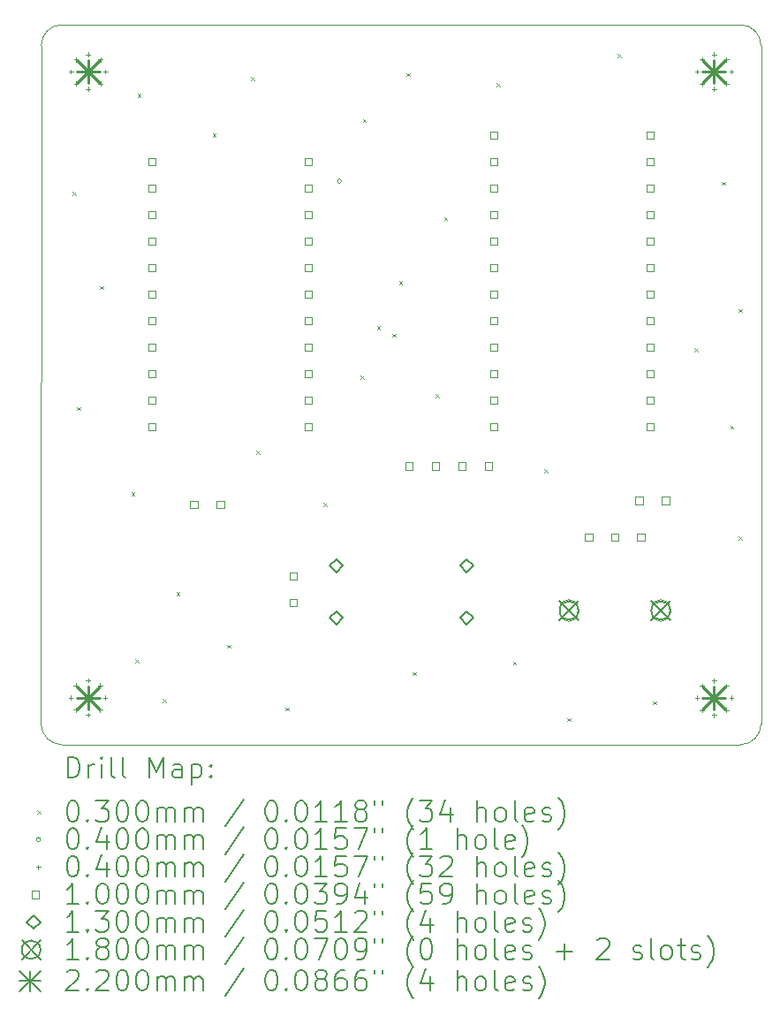
<source format=gbr>
%TF.GenerationSoftware,KiCad,Pcbnew,9.0.6*%
%TF.CreationDate,2025-12-10T23:32:01+01:00*%
%TF.ProjectId,floppyv3_expansion,666c6f70-7079-4763-935f-657870616e73,rev?*%
%TF.SameCoordinates,Original*%
%TF.FileFunction,Drillmap*%
%TF.FilePolarity,Positive*%
%FSLAX45Y45*%
G04 Gerber Fmt 4.5, Leading zero omitted, Abs format (unit mm)*
G04 Created by KiCad (PCBNEW 9.0.6) date 2025-12-10 23:32:01*
%MOMM*%
%LPD*%
G01*
G04 APERTURE LIST*
%ADD10C,0.100000*%
%ADD11C,0.200000*%
%ADD12C,0.130000*%
%ADD13C,0.180000*%
%ADD14C,0.220000*%
G04 APERTURE END LIST*
D10*
X8061421Y-6641421D02*
X8060000Y-13139919D01*
X14961421Y-13141424D02*
G75*
G02*
X14761421Y-13341421I-199991J-6D01*
G01*
X14761421Y-13341424D02*
X8259999Y-13339995D01*
X8061421Y-6641421D02*
G75*
G02*
X8261421Y-6441421I199999J1D01*
G01*
X8259999Y-13339995D02*
G75*
G02*
X8059995Y-13139919I1J200005D01*
G01*
X14761420Y-6441424D02*
X8261420Y-6441421D01*
X14761421Y-6441424D02*
G75*
G02*
X14961416Y-6641424I-1J-199996D01*
G01*
X14961421Y-13141424D02*
X14961421Y-6641424D01*
D11*
D10*
X8365000Y-8045000D02*
X8395000Y-8075000D01*
X8395000Y-8045000D02*
X8365000Y-8075000D01*
X8405000Y-10105000D02*
X8435000Y-10135000D01*
X8435000Y-10105000D02*
X8405000Y-10135000D01*
X8625000Y-8945000D02*
X8655000Y-8975000D01*
X8655000Y-8945000D02*
X8625000Y-8975000D01*
X8925000Y-10925000D02*
X8955000Y-10955000D01*
X8955000Y-10925000D02*
X8925000Y-10955000D01*
X8965000Y-12525000D02*
X8995000Y-12555000D01*
X8995000Y-12525000D02*
X8965000Y-12555000D01*
X8985000Y-7105000D02*
X9015000Y-7135000D01*
X9015000Y-7105000D02*
X8985000Y-7135000D01*
X9225000Y-12905000D02*
X9255000Y-12935000D01*
X9255000Y-12905000D02*
X9225000Y-12935000D01*
X9356000Y-11879000D02*
X9386000Y-11909000D01*
X9386000Y-11879000D02*
X9356000Y-11909000D01*
X9705000Y-7485000D02*
X9735000Y-7515000D01*
X9735000Y-7485000D02*
X9705000Y-7515000D01*
X9845000Y-12385000D02*
X9875000Y-12415000D01*
X9875000Y-12385000D02*
X9845000Y-12415000D01*
X10075000Y-6945000D02*
X10105000Y-6975000D01*
X10105000Y-6945000D02*
X10075000Y-6975000D01*
X10125000Y-10525000D02*
X10155000Y-10555000D01*
X10155000Y-10525000D02*
X10125000Y-10555000D01*
X10405000Y-12985000D02*
X10435000Y-13015000D01*
X10435000Y-12985000D02*
X10405000Y-13015000D01*
X10766000Y-11023000D02*
X10796000Y-11053000D01*
X10796000Y-11023000D02*
X10766000Y-11053000D01*
X11125000Y-9805000D02*
X11155000Y-9835000D01*
X11155000Y-9805000D02*
X11125000Y-9835000D01*
X11145000Y-7345000D02*
X11175000Y-7375000D01*
X11175000Y-7345000D02*
X11145000Y-7375000D01*
X11281000Y-9331000D02*
X11311000Y-9361000D01*
X11311000Y-9331000D02*
X11281000Y-9361000D01*
X11428000Y-9403000D02*
X11458000Y-9433000D01*
X11458000Y-9403000D02*
X11428000Y-9433000D01*
X11493000Y-8900000D02*
X11523000Y-8930000D01*
X11523000Y-8900000D02*
X11493000Y-8930000D01*
X11565000Y-6905000D02*
X11595000Y-6935000D01*
X11595000Y-6905000D02*
X11565000Y-6935000D01*
X11625000Y-12645000D02*
X11655000Y-12675000D01*
X11655000Y-12645000D02*
X11625000Y-12675000D01*
X11845000Y-9985000D02*
X11875000Y-10015000D01*
X11875000Y-9985000D02*
X11845000Y-10015000D01*
X11925000Y-8285000D02*
X11955000Y-8315000D01*
X11955000Y-8285000D02*
X11925000Y-8315000D01*
X12425000Y-7005000D02*
X12455000Y-7035000D01*
X12455000Y-7005000D02*
X12425000Y-7035000D01*
X12585000Y-12545000D02*
X12615000Y-12575000D01*
X12615000Y-12545000D02*
X12585000Y-12575000D01*
X12885000Y-10705000D02*
X12915000Y-10735000D01*
X12915000Y-10705000D02*
X12885000Y-10735000D01*
X13105000Y-13085000D02*
X13135000Y-13115000D01*
X13135000Y-13085000D02*
X13105000Y-13115000D01*
X13585000Y-6725000D02*
X13615000Y-6755000D01*
X13615000Y-6725000D02*
X13585000Y-6755000D01*
X13925000Y-12925000D02*
X13955000Y-12955000D01*
X13955000Y-12925000D02*
X13925000Y-12955000D01*
X14325000Y-9545000D02*
X14355000Y-9575000D01*
X14355000Y-9545000D02*
X14325000Y-9575000D01*
X14585000Y-7945000D02*
X14615000Y-7975000D01*
X14615000Y-7945000D02*
X14585000Y-7975000D01*
X14665000Y-10285000D02*
X14695000Y-10315000D01*
X14695000Y-10285000D02*
X14665000Y-10315000D01*
X14745000Y-9165000D02*
X14775000Y-9195000D01*
X14775000Y-9165000D02*
X14745000Y-9195000D01*
X14745000Y-11345000D02*
X14775000Y-11375000D01*
X14775000Y-11345000D02*
X14745000Y-11375000D01*
X10940000Y-7940000D02*
G75*
G02*
X10900000Y-7940000I-20000J0D01*
G01*
X10900000Y-7940000D02*
G75*
G02*
X10940000Y-7940000I20000J0D01*
G01*
X8344999Y-12869996D02*
X8344999Y-12909996D01*
X8324999Y-12889996D02*
X8364999Y-12889996D01*
X8346420Y-6871420D02*
X8346420Y-6911420D01*
X8326420Y-6891420D02*
X8366420Y-6891420D01*
X8393326Y-12753324D02*
X8393326Y-12793324D01*
X8373326Y-12773324D02*
X8413326Y-12773324D01*
X8393326Y-12986669D02*
X8393326Y-13026669D01*
X8373326Y-13006669D02*
X8413326Y-13006669D01*
X8394747Y-6754747D02*
X8394747Y-6794747D01*
X8374747Y-6774747D02*
X8414747Y-6774747D01*
X8394747Y-6988093D02*
X8394747Y-7028093D01*
X8374747Y-7008093D02*
X8414747Y-7008093D01*
X8509999Y-12704996D02*
X8509999Y-12744996D01*
X8489999Y-12724996D02*
X8529999Y-12724996D01*
X8509999Y-13034996D02*
X8509999Y-13074996D01*
X8489999Y-13054996D02*
X8529999Y-13054996D01*
X8511420Y-6706420D02*
X8511420Y-6746420D01*
X8491420Y-6726420D02*
X8531420Y-6726420D01*
X8511420Y-7036420D02*
X8511420Y-7076420D01*
X8491420Y-7056420D02*
X8531420Y-7056420D01*
X8626671Y-12753324D02*
X8626671Y-12793324D01*
X8606671Y-12773324D02*
X8646671Y-12773324D01*
X8626671Y-12986669D02*
X8626671Y-13026669D01*
X8606671Y-13006669D02*
X8646671Y-13006669D01*
X8628093Y-6754747D02*
X8628093Y-6794747D01*
X8608093Y-6774747D02*
X8648093Y-6774747D01*
X8628093Y-6988093D02*
X8628093Y-7028093D01*
X8608093Y-7008093D02*
X8648093Y-7008093D01*
X8674999Y-12869996D02*
X8674999Y-12909996D01*
X8654999Y-12889996D02*
X8694999Y-12889996D01*
X8676420Y-6871420D02*
X8676420Y-6911420D01*
X8656420Y-6891420D02*
X8696420Y-6891420D01*
X14346420Y-6871420D02*
X14346420Y-6911420D01*
X14326420Y-6891420D02*
X14366420Y-6891420D01*
X14346420Y-12871428D02*
X14346420Y-12911428D01*
X14326420Y-12891428D02*
X14366420Y-12891428D01*
X14394747Y-6754747D02*
X14394747Y-6794747D01*
X14374747Y-6774747D02*
X14414747Y-6774747D01*
X14394747Y-6988093D02*
X14394747Y-7028093D01*
X14374747Y-7008093D02*
X14414747Y-7008093D01*
X14394747Y-12754755D02*
X14394747Y-12794755D01*
X14374747Y-12774755D02*
X14414747Y-12774755D01*
X14394747Y-12988100D02*
X14394747Y-13028100D01*
X14374747Y-13008100D02*
X14414747Y-13008100D01*
X14511420Y-6706420D02*
X14511420Y-6746420D01*
X14491420Y-6726420D02*
X14531420Y-6726420D01*
X14511420Y-7036420D02*
X14511420Y-7076420D01*
X14491420Y-7056420D02*
X14531420Y-7056420D01*
X14511420Y-12706428D02*
X14511420Y-12746428D01*
X14491420Y-12726428D02*
X14531420Y-12726428D01*
X14511420Y-13036428D02*
X14511420Y-13076428D01*
X14491420Y-13056428D02*
X14531420Y-13056428D01*
X14628093Y-6754747D02*
X14628093Y-6794747D01*
X14608093Y-6774747D02*
X14648093Y-6774747D01*
X14628093Y-6988093D02*
X14628093Y-7028093D01*
X14608093Y-7008093D02*
X14648093Y-7008093D01*
X14628093Y-12754755D02*
X14628093Y-12794755D01*
X14608093Y-12774755D02*
X14648093Y-12774755D01*
X14628093Y-12988100D02*
X14628093Y-13028100D01*
X14608093Y-13008100D02*
X14648093Y-13008100D01*
X14676420Y-6871420D02*
X14676420Y-6911420D01*
X14656420Y-6891420D02*
X14696420Y-6891420D01*
X14676420Y-12871428D02*
X14676420Y-12911428D01*
X14656420Y-12891428D02*
X14696420Y-12891428D01*
X9158197Y-7791000D02*
X9158197Y-7720288D01*
X9087486Y-7720288D01*
X9087486Y-7791000D01*
X9158197Y-7791000D01*
X9158197Y-8045000D02*
X9158197Y-7974288D01*
X9087486Y-7974288D01*
X9087486Y-8045000D01*
X9158197Y-8045000D01*
X9158197Y-8299000D02*
X9158197Y-8228288D01*
X9087486Y-8228288D01*
X9087486Y-8299000D01*
X9158197Y-8299000D01*
X9158197Y-8553000D02*
X9158197Y-8482288D01*
X9087486Y-8482288D01*
X9087486Y-8553000D01*
X9158197Y-8553000D01*
X9158197Y-8807000D02*
X9158197Y-8736288D01*
X9087486Y-8736288D01*
X9087486Y-8807000D01*
X9158197Y-8807000D01*
X9158197Y-9061000D02*
X9158197Y-8990288D01*
X9087486Y-8990288D01*
X9087486Y-9061000D01*
X9158197Y-9061000D01*
X9158197Y-9315000D02*
X9158197Y-9244288D01*
X9087486Y-9244288D01*
X9087486Y-9315000D01*
X9158197Y-9315000D01*
X9158197Y-9569000D02*
X9158197Y-9498288D01*
X9087486Y-9498288D01*
X9087486Y-9569000D01*
X9158197Y-9569000D01*
X9158197Y-9823000D02*
X9158197Y-9752288D01*
X9087486Y-9752288D01*
X9087486Y-9823000D01*
X9158197Y-9823000D01*
X9158197Y-10077000D02*
X9158197Y-10006288D01*
X9087486Y-10006288D01*
X9087486Y-10077000D01*
X9158197Y-10077000D01*
X9158197Y-10331000D02*
X9158197Y-10260288D01*
X9087486Y-10260288D01*
X9087486Y-10331000D01*
X9158197Y-10331000D01*
X9559356Y-11075356D02*
X9559356Y-11004644D01*
X9488644Y-11004644D01*
X9488644Y-11075356D01*
X9559356Y-11075356D01*
X9813356Y-11075356D02*
X9813356Y-11004644D01*
X9742644Y-11004644D01*
X9742644Y-11075356D01*
X9813356Y-11075356D01*
X10515356Y-11761356D02*
X10515356Y-11690644D01*
X10444644Y-11690644D01*
X10444644Y-11761356D01*
X10515356Y-11761356D01*
X10515356Y-12015356D02*
X10515356Y-11944644D01*
X10444644Y-11944644D01*
X10444644Y-12015356D01*
X10515356Y-12015356D01*
X10658197Y-7791000D02*
X10658197Y-7720288D01*
X10587486Y-7720288D01*
X10587486Y-7791000D01*
X10658197Y-7791000D01*
X10658197Y-8045000D02*
X10658197Y-7974288D01*
X10587486Y-7974288D01*
X10587486Y-8045000D01*
X10658197Y-8045000D01*
X10658197Y-8299000D02*
X10658197Y-8228288D01*
X10587486Y-8228288D01*
X10587486Y-8299000D01*
X10658197Y-8299000D01*
X10658197Y-8553000D02*
X10658197Y-8482288D01*
X10587486Y-8482288D01*
X10587486Y-8553000D01*
X10658197Y-8553000D01*
X10658197Y-8807000D02*
X10658197Y-8736288D01*
X10587486Y-8736288D01*
X10587486Y-8807000D01*
X10658197Y-8807000D01*
X10658197Y-9061000D02*
X10658197Y-8990288D01*
X10587486Y-8990288D01*
X10587486Y-9061000D01*
X10658197Y-9061000D01*
X10658197Y-9315000D02*
X10658197Y-9244288D01*
X10587486Y-9244288D01*
X10587486Y-9315000D01*
X10658197Y-9315000D01*
X10658197Y-9569000D02*
X10658197Y-9498288D01*
X10587486Y-9498288D01*
X10587486Y-9569000D01*
X10658197Y-9569000D01*
X10658197Y-9823000D02*
X10658197Y-9752288D01*
X10587486Y-9752288D01*
X10587486Y-9823000D01*
X10658197Y-9823000D01*
X10658197Y-10077000D02*
X10658197Y-10006288D01*
X10587486Y-10006288D01*
X10587486Y-10077000D01*
X10658197Y-10077000D01*
X10658197Y-10331000D02*
X10658197Y-10260288D01*
X10587486Y-10260288D01*
X10587486Y-10331000D01*
X10658197Y-10331000D01*
X11624197Y-10705500D02*
X11624197Y-10634788D01*
X11553486Y-10634788D01*
X11553486Y-10705500D01*
X11624197Y-10705500D01*
X11878197Y-10705500D02*
X11878197Y-10634788D01*
X11807486Y-10634788D01*
X11807486Y-10705500D01*
X11878197Y-10705500D01*
X12132197Y-10705500D02*
X12132197Y-10634788D01*
X12061486Y-10634788D01*
X12061486Y-10705500D01*
X12132197Y-10705500D01*
X12386197Y-10705500D02*
X12386197Y-10634788D01*
X12315486Y-10634788D01*
X12315486Y-10705500D01*
X12386197Y-10705500D01*
X12436197Y-7537000D02*
X12436197Y-7466288D01*
X12365486Y-7466288D01*
X12365486Y-7537000D01*
X12436197Y-7537000D01*
X12436197Y-7791000D02*
X12436197Y-7720288D01*
X12365486Y-7720288D01*
X12365486Y-7791000D01*
X12436197Y-7791000D01*
X12436197Y-8045000D02*
X12436197Y-7974288D01*
X12365486Y-7974288D01*
X12365486Y-8045000D01*
X12436197Y-8045000D01*
X12436197Y-8299000D02*
X12436197Y-8228288D01*
X12365486Y-8228288D01*
X12365486Y-8299000D01*
X12436197Y-8299000D01*
X12436197Y-8553000D02*
X12436197Y-8482288D01*
X12365486Y-8482288D01*
X12365486Y-8553000D01*
X12436197Y-8553000D01*
X12436197Y-8807000D02*
X12436197Y-8736288D01*
X12365486Y-8736288D01*
X12365486Y-8807000D01*
X12436197Y-8807000D01*
X12436197Y-9061000D02*
X12436197Y-8990288D01*
X12365486Y-8990288D01*
X12365486Y-9061000D01*
X12436197Y-9061000D01*
X12436197Y-9315000D02*
X12436197Y-9244288D01*
X12365486Y-9244288D01*
X12365486Y-9315000D01*
X12436197Y-9315000D01*
X12436197Y-9569000D02*
X12436197Y-9498288D01*
X12365486Y-9498288D01*
X12365486Y-9569000D01*
X12436197Y-9569000D01*
X12436197Y-9823000D02*
X12436197Y-9752288D01*
X12365486Y-9752288D01*
X12365486Y-9823000D01*
X12436197Y-9823000D01*
X12436197Y-10077000D02*
X12436197Y-10006288D01*
X12365486Y-10006288D01*
X12365486Y-10077000D01*
X12436197Y-10077000D01*
X12436197Y-10331000D02*
X12436197Y-10260288D01*
X12365486Y-10260288D01*
X12365486Y-10331000D01*
X12436197Y-10331000D01*
X13345356Y-11390356D02*
X13345356Y-11319644D01*
X13274644Y-11319644D01*
X13274644Y-11390356D01*
X13345356Y-11390356D01*
X13595356Y-11390356D02*
X13595356Y-11319644D01*
X13524644Y-11319644D01*
X13524644Y-11390356D01*
X13595356Y-11390356D01*
X13827856Y-11035356D02*
X13827856Y-10964644D01*
X13757144Y-10964644D01*
X13757144Y-11035356D01*
X13827856Y-11035356D01*
X13845356Y-11390356D02*
X13845356Y-11319644D01*
X13774644Y-11319644D01*
X13774644Y-11390356D01*
X13845356Y-11390356D01*
X13936197Y-7537000D02*
X13936197Y-7466288D01*
X13865486Y-7466288D01*
X13865486Y-7537000D01*
X13936197Y-7537000D01*
X13936197Y-7791000D02*
X13936197Y-7720288D01*
X13865486Y-7720288D01*
X13865486Y-7791000D01*
X13936197Y-7791000D01*
X13936197Y-8045000D02*
X13936197Y-7974288D01*
X13865486Y-7974288D01*
X13865486Y-8045000D01*
X13936197Y-8045000D01*
X13936197Y-8299000D02*
X13936197Y-8228288D01*
X13865486Y-8228288D01*
X13865486Y-8299000D01*
X13936197Y-8299000D01*
X13936197Y-8553000D02*
X13936197Y-8482288D01*
X13865486Y-8482288D01*
X13865486Y-8553000D01*
X13936197Y-8553000D01*
X13936197Y-8807000D02*
X13936197Y-8736288D01*
X13865486Y-8736288D01*
X13865486Y-8807000D01*
X13936197Y-8807000D01*
X13936197Y-9061000D02*
X13936197Y-8990288D01*
X13865486Y-8990288D01*
X13865486Y-9061000D01*
X13936197Y-9061000D01*
X13936197Y-9315000D02*
X13936197Y-9244288D01*
X13865486Y-9244288D01*
X13865486Y-9315000D01*
X13936197Y-9315000D01*
X13936197Y-9569000D02*
X13936197Y-9498288D01*
X13865486Y-9498288D01*
X13865486Y-9569000D01*
X13936197Y-9569000D01*
X13936197Y-9823000D02*
X13936197Y-9752288D01*
X13865486Y-9752288D01*
X13865486Y-9823000D01*
X13936197Y-9823000D01*
X13936197Y-10077000D02*
X13936197Y-10006288D01*
X13865486Y-10006288D01*
X13865486Y-10077000D01*
X13936197Y-10077000D01*
X13936197Y-10331000D02*
X13936197Y-10260288D01*
X13865486Y-10260288D01*
X13865486Y-10331000D01*
X13936197Y-10331000D01*
X14081856Y-11035356D02*
X14081856Y-10964644D01*
X14011144Y-10964644D01*
X14011144Y-11035356D01*
X14081856Y-11035356D01*
D12*
X10890250Y-11691000D02*
X10955250Y-11626000D01*
X10890250Y-11561000D01*
X10825250Y-11626000D01*
X10890250Y-11691000D01*
X10890250Y-12191000D02*
X10955250Y-12126000D01*
X10890250Y-12061000D01*
X10825250Y-12126000D01*
X10890250Y-12191000D01*
X12140250Y-11691000D02*
X12205250Y-11626000D01*
X12140250Y-11561000D01*
X12075250Y-11626000D01*
X12140250Y-11691000D01*
X12140250Y-12191000D02*
X12205250Y-12126000D01*
X12140250Y-12061000D01*
X12075250Y-12126000D01*
X12140250Y-12191000D01*
D13*
X13030000Y-11965000D02*
X13210000Y-12145000D01*
X13210000Y-11965000D02*
X13030000Y-12145000D01*
X13210000Y-12055000D02*
G75*
G02*
X13030000Y-12055000I-90000J0D01*
G01*
X13030000Y-12055000D02*
G75*
G02*
X13210000Y-12055000I90000J0D01*
G01*
D10*
X13030000Y-12040000D02*
X13030000Y-12070000D01*
X13210000Y-12070000D02*
G75*
G02*
X13030000Y-12070000I-90000J0D01*
G01*
X13210000Y-12070000D02*
X13210000Y-12040000D01*
X13210000Y-12040000D02*
G75*
G03*
X13030000Y-12040000I-90000J0D01*
G01*
D13*
X13910000Y-11965000D02*
X14090000Y-12145000D01*
X14090000Y-11965000D02*
X13910000Y-12145000D01*
X14090000Y-12055000D02*
G75*
G02*
X13910000Y-12055000I-90000J0D01*
G01*
X13910000Y-12055000D02*
G75*
G02*
X14090000Y-12055000I90000J0D01*
G01*
D10*
X13910000Y-12040000D02*
X13910000Y-12070000D01*
X14090000Y-12070000D02*
G75*
G02*
X13910000Y-12070000I-90000J0D01*
G01*
X14090000Y-12070000D02*
X14090000Y-12040000D01*
X14090000Y-12040000D02*
G75*
G03*
X13910000Y-12040000I-90000J0D01*
G01*
D14*
X8399999Y-12779996D02*
X8619999Y-12999996D01*
X8619999Y-12779996D02*
X8399999Y-12999996D01*
X8509999Y-12779996D02*
X8509999Y-12999996D01*
X8399999Y-12889996D02*
X8619999Y-12889996D01*
X8401420Y-6781420D02*
X8621420Y-7001420D01*
X8621420Y-6781420D02*
X8401420Y-7001420D01*
X8511420Y-6781420D02*
X8511420Y-7001420D01*
X8401420Y-6891420D02*
X8621420Y-6891420D01*
X14401420Y-6781420D02*
X14621420Y-7001420D01*
X14621420Y-6781420D02*
X14401420Y-7001420D01*
X14511420Y-6781420D02*
X14511420Y-7001420D01*
X14401420Y-6891420D02*
X14621420Y-6891420D01*
X14401420Y-12781428D02*
X14621420Y-13001428D01*
X14621420Y-12781428D02*
X14401420Y-13001428D01*
X14511420Y-12781428D02*
X14511420Y-13001428D01*
X14401420Y-12891428D02*
X14621420Y-12891428D01*
D11*
X8315772Y-13657907D02*
X8315772Y-13457907D01*
X8315772Y-13457907D02*
X8363391Y-13457907D01*
X8363391Y-13457907D02*
X8391962Y-13467431D01*
X8391962Y-13467431D02*
X8411010Y-13486479D01*
X8411010Y-13486479D02*
X8420534Y-13505526D01*
X8420534Y-13505526D02*
X8430058Y-13543622D01*
X8430058Y-13543622D02*
X8430058Y-13572193D01*
X8430058Y-13572193D02*
X8420534Y-13610288D01*
X8420534Y-13610288D02*
X8411010Y-13629336D01*
X8411010Y-13629336D02*
X8391962Y-13648384D01*
X8391962Y-13648384D02*
X8363391Y-13657907D01*
X8363391Y-13657907D02*
X8315772Y-13657907D01*
X8515772Y-13657907D02*
X8515772Y-13524574D01*
X8515772Y-13562669D02*
X8525296Y-13543622D01*
X8525296Y-13543622D02*
X8534820Y-13534098D01*
X8534820Y-13534098D02*
X8553867Y-13524574D01*
X8553867Y-13524574D02*
X8572915Y-13524574D01*
X8639581Y-13657907D02*
X8639581Y-13524574D01*
X8639581Y-13457907D02*
X8630058Y-13467431D01*
X8630058Y-13467431D02*
X8639581Y-13476955D01*
X8639581Y-13476955D02*
X8649105Y-13467431D01*
X8649105Y-13467431D02*
X8639581Y-13457907D01*
X8639581Y-13457907D02*
X8639581Y-13476955D01*
X8763391Y-13657907D02*
X8744343Y-13648384D01*
X8744343Y-13648384D02*
X8734820Y-13629336D01*
X8734820Y-13629336D02*
X8734820Y-13457907D01*
X8868153Y-13657907D02*
X8849105Y-13648384D01*
X8849105Y-13648384D02*
X8839581Y-13629336D01*
X8839581Y-13629336D02*
X8839581Y-13457907D01*
X9096724Y-13657907D02*
X9096724Y-13457907D01*
X9096724Y-13457907D02*
X9163391Y-13600764D01*
X9163391Y-13600764D02*
X9230058Y-13457907D01*
X9230058Y-13457907D02*
X9230058Y-13657907D01*
X9411010Y-13657907D02*
X9411010Y-13553145D01*
X9411010Y-13553145D02*
X9401486Y-13534098D01*
X9401486Y-13534098D02*
X9382439Y-13524574D01*
X9382439Y-13524574D02*
X9344343Y-13524574D01*
X9344343Y-13524574D02*
X9325296Y-13534098D01*
X9411010Y-13648384D02*
X9391962Y-13657907D01*
X9391962Y-13657907D02*
X9344343Y-13657907D01*
X9344343Y-13657907D02*
X9325296Y-13648384D01*
X9325296Y-13648384D02*
X9315772Y-13629336D01*
X9315772Y-13629336D02*
X9315772Y-13610288D01*
X9315772Y-13610288D02*
X9325296Y-13591241D01*
X9325296Y-13591241D02*
X9344343Y-13581717D01*
X9344343Y-13581717D02*
X9391962Y-13581717D01*
X9391962Y-13581717D02*
X9411010Y-13572193D01*
X9506248Y-13524574D02*
X9506248Y-13724574D01*
X9506248Y-13534098D02*
X9525296Y-13524574D01*
X9525296Y-13524574D02*
X9563391Y-13524574D01*
X9563391Y-13524574D02*
X9582439Y-13534098D01*
X9582439Y-13534098D02*
X9591962Y-13543622D01*
X9591962Y-13543622D02*
X9601486Y-13562669D01*
X9601486Y-13562669D02*
X9601486Y-13619812D01*
X9601486Y-13619812D02*
X9591962Y-13638860D01*
X9591962Y-13638860D02*
X9582439Y-13648384D01*
X9582439Y-13648384D02*
X9563391Y-13657907D01*
X9563391Y-13657907D02*
X9525296Y-13657907D01*
X9525296Y-13657907D02*
X9506248Y-13648384D01*
X9687201Y-13638860D02*
X9696724Y-13648384D01*
X9696724Y-13648384D02*
X9687201Y-13657907D01*
X9687201Y-13657907D02*
X9677677Y-13648384D01*
X9677677Y-13648384D02*
X9687201Y-13638860D01*
X9687201Y-13638860D02*
X9687201Y-13657907D01*
X9687201Y-13534098D02*
X9696724Y-13543622D01*
X9696724Y-13543622D02*
X9687201Y-13553145D01*
X9687201Y-13553145D02*
X9677677Y-13543622D01*
X9677677Y-13543622D02*
X9687201Y-13534098D01*
X9687201Y-13534098D02*
X9687201Y-13553145D01*
D10*
X8024995Y-13971424D02*
X8054995Y-14001424D01*
X8054995Y-13971424D02*
X8024995Y-14001424D01*
D11*
X8353867Y-13877907D02*
X8372915Y-13877907D01*
X8372915Y-13877907D02*
X8391962Y-13887431D01*
X8391962Y-13887431D02*
X8401486Y-13896955D01*
X8401486Y-13896955D02*
X8411010Y-13916003D01*
X8411010Y-13916003D02*
X8420534Y-13954098D01*
X8420534Y-13954098D02*
X8420534Y-14001717D01*
X8420534Y-14001717D02*
X8411010Y-14039812D01*
X8411010Y-14039812D02*
X8401486Y-14058860D01*
X8401486Y-14058860D02*
X8391962Y-14068384D01*
X8391962Y-14068384D02*
X8372915Y-14077907D01*
X8372915Y-14077907D02*
X8353867Y-14077907D01*
X8353867Y-14077907D02*
X8334819Y-14068384D01*
X8334819Y-14068384D02*
X8325296Y-14058860D01*
X8325296Y-14058860D02*
X8315772Y-14039812D01*
X8315772Y-14039812D02*
X8306248Y-14001717D01*
X8306248Y-14001717D02*
X8306248Y-13954098D01*
X8306248Y-13954098D02*
X8315772Y-13916003D01*
X8315772Y-13916003D02*
X8325296Y-13896955D01*
X8325296Y-13896955D02*
X8334819Y-13887431D01*
X8334819Y-13887431D02*
X8353867Y-13877907D01*
X8506248Y-14058860D02*
X8515772Y-14068384D01*
X8515772Y-14068384D02*
X8506248Y-14077907D01*
X8506248Y-14077907D02*
X8496724Y-14068384D01*
X8496724Y-14068384D02*
X8506248Y-14058860D01*
X8506248Y-14058860D02*
X8506248Y-14077907D01*
X8582439Y-13877907D02*
X8706248Y-13877907D01*
X8706248Y-13877907D02*
X8639581Y-13954098D01*
X8639581Y-13954098D02*
X8668153Y-13954098D01*
X8668153Y-13954098D02*
X8687201Y-13963622D01*
X8687201Y-13963622D02*
X8696724Y-13973145D01*
X8696724Y-13973145D02*
X8706248Y-13992193D01*
X8706248Y-13992193D02*
X8706248Y-14039812D01*
X8706248Y-14039812D02*
X8696724Y-14058860D01*
X8696724Y-14058860D02*
X8687201Y-14068384D01*
X8687201Y-14068384D02*
X8668153Y-14077907D01*
X8668153Y-14077907D02*
X8611010Y-14077907D01*
X8611010Y-14077907D02*
X8591962Y-14068384D01*
X8591962Y-14068384D02*
X8582439Y-14058860D01*
X8830058Y-13877907D02*
X8849105Y-13877907D01*
X8849105Y-13877907D02*
X8868153Y-13887431D01*
X8868153Y-13887431D02*
X8877677Y-13896955D01*
X8877677Y-13896955D02*
X8887201Y-13916003D01*
X8887201Y-13916003D02*
X8896724Y-13954098D01*
X8896724Y-13954098D02*
X8896724Y-14001717D01*
X8896724Y-14001717D02*
X8887201Y-14039812D01*
X8887201Y-14039812D02*
X8877677Y-14058860D01*
X8877677Y-14058860D02*
X8868153Y-14068384D01*
X8868153Y-14068384D02*
X8849105Y-14077907D01*
X8849105Y-14077907D02*
X8830058Y-14077907D01*
X8830058Y-14077907D02*
X8811010Y-14068384D01*
X8811010Y-14068384D02*
X8801486Y-14058860D01*
X8801486Y-14058860D02*
X8791962Y-14039812D01*
X8791962Y-14039812D02*
X8782439Y-14001717D01*
X8782439Y-14001717D02*
X8782439Y-13954098D01*
X8782439Y-13954098D02*
X8791962Y-13916003D01*
X8791962Y-13916003D02*
X8801486Y-13896955D01*
X8801486Y-13896955D02*
X8811010Y-13887431D01*
X8811010Y-13887431D02*
X8830058Y-13877907D01*
X9020534Y-13877907D02*
X9039582Y-13877907D01*
X9039582Y-13877907D02*
X9058629Y-13887431D01*
X9058629Y-13887431D02*
X9068153Y-13896955D01*
X9068153Y-13896955D02*
X9077677Y-13916003D01*
X9077677Y-13916003D02*
X9087201Y-13954098D01*
X9087201Y-13954098D02*
X9087201Y-14001717D01*
X9087201Y-14001717D02*
X9077677Y-14039812D01*
X9077677Y-14039812D02*
X9068153Y-14058860D01*
X9068153Y-14058860D02*
X9058629Y-14068384D01*
X9058629Y-14068384D02*
X9039582Y-14077907D01*
X9039582Y-14077907D02*
X9020534Y-14077907D01*
X9020534Y-14077907D02*
X9001486Y-14068384D01*
X9001486Y-14068384D02*
X8991962Y-14058860D01*
X8991962Y-14058860D02*
X8982439Y-14039812D01*
X8982439Y-14039812D02*
X8972915Y-14001717D01*
X8972915Y-14001717D02*
X8972915Y-13954098D01*
X8972915Y-13954098D02*
X8982439Y-13916003D01*
X8982439Y-13916003D02*
X8991962Y-13896955D01*
X8991962Y-13896955D02*
X9001486Y-13887431D01*
X9001486Y-13887431D02*
X9020534Y-13877907D01*
X9172915Y-14077907D02*
X9172915Y-13944574D01*
X9172915Y-13963622D02*
X9182439Y-13954098D01*
X9182439Y-13954098D02*
X9201486Y-13944574D01*
X9201486Y-13944574D02*
X9230058Y-13944574D01*
X9230058Y-13944574D02*
X9249105Y-13954098D01*
X9249105Y-13954098D02*
X9258629Y-13973145D01*
X9258629Y-13973145D02*
X9258629Y-14077907D01*
X9258629Y-13973145D02*
X9268153Y-13954098D01*
X9268153Y-13954098D02*
X9287201Y-13944574D01*
X9287201Y-13944574D02*
X9315772Y-13944574D01*
X9315772Y-13944574D02*
X9334820Y-13954098D01*
X9334820Y-13954098D02*
X9344343Y-13973145D01*
X9344343Y-13973145D02*
X9344343Y-14077907D01*
X9439582Y-14077907D02*
X9439582Y-13944574D01*
X9439582Y-13963622D02*
X9449105Y-13954098D01*
X9449105Y-13954098D02*
X9468153Y-13944574D01*
X9468153Y-13944574D02*
X9496724Y-13944574D01*
X9496724Y-13944574D02*
X9515772Y-13954098D01*
X9515772Y-13954098D02*
X9525296Y-13973145D01*
X9525296Y-13973145D02*
X9525296Y-14077907D01*
X9525296Y-13973145D02*
X9534820Y-13954098D01*
X9534820Y-13954098D02*
X9553867Y-13944574D01*
X9553867Y-13944574D02*
X9582439Y-13944574D01*
X9582439Y-13944574D02*
X9601486Y-13954098D01*
X9601486Y-13954098D02*
X9611010Y-13973145D01*
X9611010Y-13973145D02*
X9611010Y-14077907D01*
X10001486Y-13868384D02*
X9830058Y-14125526D01*
X10258629Y-13877907D02*
X10277677Y-13877907D01*
X10277677Y-13877907D02*
X10296725Y-13887431D01*
X10296725Y-13887431D02*
X10306248Y-13896955D01*
X10306248Y-13896955D02*
X10315772Y-13916003D01*
X10315772Y-13916003D02*
X10325296Y-13954098D01*
X10325296Y-13954098D02*
X10325296Y-14001717D01*
X10325296Y-14001717D02*
X10315772Y-14039812D01*
X10315772Y-14039812D02*
X10306248Y-14058860D01*
X10306248Y-14058860D02*
X10296725Y-14068384D01*
X10296725Y-14068384D02*
X10277677Y-14077907D01*
X10277677Y-14077907D02*
X10258629Y-14077907D01*
X10258629Y-14077907D02*
X10239582Y-14068384D01*
X10239582Y-14068384D02*
X10230058Y-14058860D01*
X10230058Y-14058860D02*
X10220534Y-14039812D01*
X10220534Y-14039812D02*
X10211010Y-14001717D01*
X10211010Y-14001717D02*
X10211010Y-13954098D01*
X10211010Y-13954098D02*
X10220534Y-13916003D01*
X10220534Y-13916003D02*
X10230058Y-13896955D01*
X10230058Y-13896955D02*
X10239582Y-13887431D01*
X10239582Y-13887431D02*
X10258629Y-13877907D01*
X10411010Y-14058860D02*
X10420534Y-14068384D01*
X10420534Y-14068384D02*
X10411010Y-14077907D01*
X10411010Y-14077907D02*
X10401486Y-14068384D01*
X10401486Y-14068384D02*
X10411010Y-14058860D01*
X10411010Y-14058860D02*
X10411010Y-14077907D01*
X10544344Y-13877907D02*
X10563391Y-13877907D01*
X10563391Y-13877907D02*
X10582439Y-13887431D01*
X10582439Y-13887431D02*
X10591963Y-13896955D01*
X10591963Y-13896955D02*
X10601486Y-13916003D01*
X10601486Y-13916003D02*
X10611010Y-13954098D01*
X10611010Y-13954098D02*
X10611010Y-14001717D01*
X10611010Y-14001717D02*
X10601486Y-14039812D01*
X10601486Y-14039812D02*
X10591963Y-14058860D01*
X10591963Y-14058860D02*
X10582439Y-14068384D01*
X10582439Y-14068384D02*
X10563391Y-14077907D01*
X10563391Y-14077907D02*
X10544344Y-14077907D01*
X10544344Y-14077907D02*
X10525296Y-14068384D01*
X10525296Y-14068384D02*
X10515772Y-14058860D01*
X10515772Y-14058860D02*
X10506248Y-14039812D01*
X10506248Y-14039812D02*
X10496725Y-14001717D01*
X10496725Y-14001717D02*
X10496725Y-13954098D01*
X10496725Y-13954098D02*
X10506248Y-13916003D01*
X10506248Y-13916003D02*
X10515772Y-13896955D01*
X10515772Y-13896955D02*
X10525296Y-13887431D01*
X10525296Y-13887431D02*
X10544344Y-13877907D01*
X10801486Y-14077907D02*
X10687201Y-14077907D01*
X10744344Y-14077907D02*
X10744344Y-13877907D01*
X10744344Y-13877907D02*
X10725296Y-13906479D01*
X10725296Y-13906479D02*
X10706248Y-13925526D01*
X10706248Y-13925526D02*
X10687201Y-13935050D01*
X10991963Y-14077907D02*
X10877677Y-14077907D01*
X10934820Y-14077907D02*
X10934820Y-13877907D01*
X10934820Y-13877907D02*
X10915772Y-13906479D01*
X10915772Y-13906479D02*
X10896725Y-13925526D01*
X10896725Y-13925526D02*
X10877677Y-13935050D01*
X11106248Y-13963622D02*
X11087201Y-13954098D01*
X11087201Y-13954098D02*
X11077677Y-13944574D01*
X11077677Y-13944574D02*
X11068153Y-13925526D01*
X11068153Y-13925526D02*
X11068153Y-13916003D01*
X11068153Y-13916003D02*
X11077677Y-13896955D01*
X11077677Y-13896955D02*
X11087201Y-13887431D01*
X11087201Y-13887431D02*
X11106248Y-13877907D01*
X11106248Y-13877907D02*
X11144344Y-13877907D01*
X11144344Y-13877907D02*
X11163391Y-13887431D01*
X11163391Y-13887431D02*
X11172915Y-13896955D01*
X11172915Y-13896955D02*
X11182439Y-13916003D01*
X11182439Y-13916003D02*
X11182439Y-13925526D01*
X11182439Y-13925526D02*
X11172915Y-13944574D01*
X11172915Y-13944574D02*
X11163391Y-13954098D01*
X11163391Y-13954098D02*
X11144344Y-13963622D01*
X11144344Y-13963622D02*
X11106248Y-13963622D01*
X11106248Y-13963622D02*
X11087201Y-13973145D01*
X11087201Y-13973145D02*
X11077677Y-13982669D01*
X11077677Y-13982669D02*
X11068153Y-14001717D01*
X11068153Y-14001717D02*
X11068153Y-14039812D01*
X11068153Y-14039812D02*
X11077677Y-14058860D01*
X11077677Y-14058860D02*
X11087201Y-14068384D01*
X11087201Y-14068384D02*
X11106248Y-14077907D01*
X11106248Y-14077907D02*
X11144344Y-14077907D01*
X11144344Y-14077907D02*
X11163391Y-14068384D01*
X11163391Y-14068384D02*
X11172915Y-14058860D01*
X11172915Y-14058860D02*
X11182439Y-14039812D01*
X11182439Y-14039812D02*
X11182439Y-14001717D01*
X11182439Y-14001717D02*
X11172915Y-13982669D01*
X11172915Y-13982669D02*
X11163391Y-13973145D01*
X11163391Y-13973145D02*
X11144344Y-13963622D01*
X11258629Y-13877907D02*
X11258629Y-13916003D01*
X11334820Y-13877907D02*
X11334820Y-13916003D01*
X11630058Y-14154098D02*
X11620534Y-14144574D01*
X11620534Y-14144574D02*
X11601486Y-14116003D01*
X11601486Y-14116003D02*
X11591963Y-14096955D01*
X11591963Y-14096955D02*
X11582439Y-14068384D01*
X11582439Y-14068384D02*
X11572915Y-14020764D01*
X11572915Y-14020764D02*
X11572915Y-13982669D01*
X11572915Y-13982669D02*
X11582439Y-13935050D01*
X11582439Y-13935050D02*
X11591963Y-13906479D01*
X11591963Y-13906479D02*
X11601486Y-13887431D01*
X11601486Y-13887431D02*
X11620534Y-13858860D01*
X11620534Y-13858860D02*
X11630058Y-13849336D01*
X11687201Y-13877907D02*
X11811010Y-13877907D01*
X11811010Y-13877907D02*
X11744344Y-13954098D01*
X11744344Y-13954098D02*
X11772915Y-13954098D01*
X11772915Y-13954098D02*
X11791963Y-13963622D01*
X11791963Y-13963622D02*
X11801486Y-13973145D01*
X11801486Y-13973145D02*
X11811010Y-13992193D01*
X11811010Y-13992193D02*
X11811010Y-14039812D01*
X11811010Y-14039812D02*
X11801486Y-14058860D01*
X11801486Y-14058860D02*
X11791963Y-14068384D01*
X11791963Y-14068384D02*
X11772915Y-14077907D01*
X11772915Y-14077907D02*
X11715772Y-14077907D01*
X11715772Y-14077907D02*
X11696725Y-14068384D01*
X11696725Y-14068384D02*
X11687201Y-14058860D01*
X11982439Y-13944574D02*
X11982439Y-14077907D01*
X11934820Y-13868384D02*
X11887201Y-14011241D01*
X11887201Y-14011241D02*
X12011010Y-14011241D01*
X12239582Y-14077907D02*
X12239582Y-13877907D01*
X12325296Y-14077907D02*
X12325296Y-13973145D01*
X12325296Y-13973145D02*
X12315772Y-13954098D01*
X12315772Y-13954098D02*
X12296725Y-13944574D01*
X12296725Y-13944574D02*
X12268153Y-13944574D01*
X12268153Y-13944574D02*
X12249106Y-13954098D01*
X12249106Y-13954098D02*
X12239582Y-13963622D01*
X12449106Y-14077907D02*
X12430058Y-14068384D01*
X12430058Y-14068384D02*
X12420534Y-14058860D01*
X12420534Y-14058860D02*
X12411010Y-14039812D01*
X12411010Y-14039812D02*
X12411010Y-13982669D01*
X12411010Y-13982669D02*
X12420534Y-13963622D01*
X12420534Y-13963622D02*
X12430058Y-13954098D01*
X12430058Y-13954098D02*
X12449106Y-13944574D01*
X12449106Y-13944574D02*
X12477677Y-13944574D01*
X12477677Y-13944574D02*
X12496725Y-13954098D01*
X12496725Y-13954098D02*
X12506248Y-13963622D01*
X12506248Y-13963622D02*
X12515772Y-13982669D01*
X12515772Y-13982669D02*
X12515772Y-14039812D01*
X12515772Y-14039812D02*
X12506248Y-14058860D01*
X12506248Y-14058860D02*
X12496725Y-14068384D01*
X12496725Y-14068384D02*
X12477677Y-14077907D01*
X12477677Y-14077907D02*
X12449106Y-14077907D01*
X12630058Y-14077907D02*
X12611010Y-14068384D01*
X12611010Y-14068384D02*
X12601487Y-14049336D01*
X12601487Y-14049336D02*
X12601487Y-13877907D01*
X12782439Y-14068384D02*
X12763391Y-14077907D01*
X12763391Y-14077907D02*
X12725296Y-14077907D01*
X12725296Y-14077907D02*
X12706248Y-14068384D01*
X12706248Y-14068384D02*
X12696725Y-14049336D01*
X12696725Y-14049336D02*
X12696725Y-13973145D01*
X12696725Y-13973145D02*
X12706248Y-13954098D01*
X12706248Y-13954098D02*
X12725296Y-13944574D01*
X12725296Y-13944574D02*
X12763391Y-13944574D01*
X12763391Y-13944574D02*
X12782439Y-13954098D01*
X12782439Y-13954098D02*
X12791963Y-13973145D01*
X12791963Y-13973145D02*
X12791963Y-13992193D01*
X12791963Y-13992193D02*
X12696725Y-14011241D01*
X12868153Y-14068384D02*
X12887201Y-14077907D01*
X12887201Y-14077907D02*
X12925296Y-14077907D01*
X12925296Y-14077907D02*
X12944344Y-14068384D01*
X12944344Y-14068384D02*
X12953868Y-14049336D01*
X12953868Y-14049336D02*
X12953868Y-14039812D01*
X12953868Y-14039812D02*
X12944344Y-14020764D01*
X12944344Y-14020764D02*
X12925296Y-14011241D01*
X12925296Y-14011241D02*
X12896725Y-14011241D01*
X12896725Y-14011241D02*
X12877677Y-14001717D01*
X12877677Y-14001717D02*
X12868153Y-13982669D01*
X12868153Y-13982669D02*
X12868153Y-13973145D01*
X12868153Y-13973145D02*
X12877677Y-13954098D01*
X12877677Y-13954098D02*
X12896725Y-13944574D01*
X12896725Y-13944574D02*
X12925296Y-13944574D01*
X12925296Y-13944574D02*
X12944344Y-13954098D01*
X13020534Y-14154098D02*
X13030058Y-14144574D01*
X13030058Y-14144574D02*
X13049106Y-14116003D01*
X13049106Y-14116003D02*
X13058629Y-14096955D01*
X13058629Y-14096955D02*
X13068153Y-14068384D01*
X13068153Y-14068384D02*
X13077677Y-14020764D01*
X13077677Y-14020764D02*
X13077677Y-13982669D01*
X13077677Y-13982669D02*
X13068153Y-13935050D01*
X13068153Y-13935050D02*
X13058629Y-13906479D01*
X13058629Y-13906479D02*
X13049106Y-13887431D01*
X13049106Y-13887431D02*
X13030058Y-13858860D01*
X13030058Y-13858860D02*
X13020534Y-13849336D01*
D10*
X8054995Y-14250424D02*
G75*
G02*
X8014995Y-14250424I-20000J0D01*
G01*
X8014995Y-14250424D02*
G75*
G02*
X8054995Y-14250424I20000J0D01*
G01*
D11*
X8353867Y-14141907D02*
X8372915Y-14141907D01*
X8372915Y-14141907D02*
X8391962Y-14151431D01*
X8391962Y-14151431D02*
X8401486Y-14160955D01*
X8401486Y-14160955D02*
X8411010Y-14180003D01*
X8411010Y-14180003D02*
X8420534Y-14218098D01*
X8420534Y-14218098D02*
X8420534Y-14265717D01*
X8420534Y-14265717D02*
X8411010Y-14303812D01*
X8411010Y-14303812D02*
X8401486Y-14322860D01*
X8401486Y-14322860D02*
X8391962Y-14332384D01*
X8391962Y-14332384D02*
X8372915Y-14341907D01*
X8372915Y-14341907D02*
X8353867Y-14341907D01*
X8353867Y-14341907D02*
X8334819Y-14332384D01*
X8334819Y-14332384D02*
X8325296Y-14322860D01*
X8325296Y-14322860D02*
X8315772Y-14303812D01*
X8315772Y-14303812D02*
X8306248Y-14265717D01*
X8306248Y-14265717D02*
X8306248Y-14218098D01*
X8306248Y-14218098D02*
X8315772Y-14180003D01*
X8315772Y-14180003D02*
X8325296Y-14160955D01*
X8325296Y-14160955D02*
X8334819Y-14151431D01*
X8334819Y-14151431D02*
X8353867Y-14141907D01*
X8506248Y-14322860D02*
X8515772Y-14332384D01*
X8515772Y-14332384D02*
X8506248Y-14341907D01*
X8506248Y-14341907D02*
X8496724Y-14332384D01*
X8496724Y-14332384D02*
X8506248Y-14322860D01*
X8506248Y-14322860D02*
X8506248Y-14341907D01*
X8687201Y-14208574D02*
X8687201Y-14341907D01*
X8639581Y-14132384D02*
X8591962Y-14275241D01*
X8591962Y-14275241D02*
X8715772Y-14275241D01*
X8830058Y-14141907D02*
X8849105Y-14141907D01*
X8849105Y-14141907D02*
X8868153Y-14151431D01*
X8868153Y-14151431D02*
X8877677Y-14160955D01*
X8877677Y-14160955D02*
X8887201Y-14180003D01*
X8887201Y-14180003D02*
X8896724Y-14218098D01*
X8896724Y-14218098D02*
X8896724Y-14265717D01*
X8896724Y-14265717D02*
X8887201Y-14303812D01*
X8887201Y-14303812D02*
X8877677Y-14322860D01*
X8877677Y-14322860D02*
X8868153Y-14332384D01*
X8868153Y-14332384D02*
X8849105Y-14341907D01*
X8849105Y-14341907D02*
X8830058Y-14341907D01*
X8830058Y-14341907D02*
X8811010Y-14332384D01*
X8811010Y-14332384D02*
X8801486Y-14322860D01*
X8801486Y-14322860D02*
X8791962Y-14303812D01*
X8791962Y-14303812D02*
X8782439Y-14265717D01*
X8782439Y-14265717D02*
X8782439Y-14218098D01*
X8782439Y-14218098D02*
X8791962Y-14180003D01*
X8791962Y-14180003D02*
X8801486Y-14160955D01*
X8801486Y-14160955D02*
X8811010Y-14151431D01*
X8811010Y-14151431D02*
X8830058Y-14141907D01*
X9020534Y-14141907D02*
X9039582Y-14141907D01*
X9039582Y-14141907D02*
X9058629Y-14151431D01*
X9058629Y-14151431D02*
X9068153Y-14160955D01*
X9068153Y-14160955D02*
X9077677Y-14180003D01*
X9077677Y-14180003D02*
X9087201Y-14218098D01*
X9087201Y-14218098D02*
X9087201Y-14265717D01*
X9087201Y-14265717D02*
X9077677Y-14303812D01*
X9077677Y-14303812D02*
X9068153Y-14322860D01*
X9068153Y-14322860D02*
X9058629Y-14332384D01*
X9058629Y-14332384D02*
X9039582Y-14341907D01*
X9039582Y-14341907D02*
X9020534Y-14341907D01*
X9020534Y-14341907D02*
X9001486Y-14332384D01*
X9001486Y-14332384D02*
X8991962Y-14322860D01*
X8991962Y-14322860D02*
X8982439Y-14303812D01*
X8982439Y-14303812D02*
X8972915Y-14265717D01*
X8972915Y-14265717D02*
X8972915Y-14218098D01*
X8972915Y-14218098D02*
X8982439Y-14180003D01*
X8982439Y-14180003D02*
X8991962Y-14160955D01*
X8991962Y-14160955D02*
X9001486Y-14151431D01*
X9001486Y-14151431D02*
X9020534Y-14141907D01*
X9172915Y-14341907D02*
X9172915Y-14208574D01*
X9172915Y-14227622D02*
X9182439Y-14218098D01*
X9182439Y-14218098D02*
X9201486Y-14208574D01*
X9201486Y-14208574D02*
X9230058Y-14208574D01*
X9230058Y-14208574D02*
X9249105Y-14218098D01*
X9249105Y-14218098D02*
X9258629Y-14237145D01*
X9258629Y-14237145D02*
X9258629Y-14341907D01*
X9258629Y-14237145D02*
X9268153Y-14218098D01*
X9268153Y-14218098D02*
X9287201Y-14208574D01*
X9287201Y-14208574D02*
X9315772Y-14208574D01*
X9315772Y-14208574D02*
X9334820Y-14218098D01*
X9334820Y-14218098D02*
X9344343Y-14237145D01*
X9344343Y-14237145D02*
X9344343Y-14341907D01*
X9439582Y-14341907D02*
X9439582Y-14208574D01*
X9439582Y-14227622D02*
X9449105Y-14218098D01*
X9449105Y-14218098D02*
X9468153Y-14208574D01*
X9468153Y-14208574D02*
X9496724Y-14208574D01*
X9496724Y-14208574D02*
X9515772Y-14218098D01*
X9515772Y-14218098D02*
X9525296Y-14237145D01*
X9525296Y-14237145D02*
X9525296Y-14341907D01*
X9525296Y-14237145D02*
X9534820Y-14218098D01*
X9534820Y-14218098D02*
X9553867Y-14208574D01*
X9553867Y-14208574D02*
X9582439Y-14208574D01*
X9582439Y-14208574D02*
X9601486Y-14218098D01*
X9601486Y-14218098D02*
X9611010Y-14237145D01*
X9611010Y-14237145D02*
X9611010Y-14341907D01*
X10001486Y-14132384D02*
X9830058Y-14389526D01*
X10258629Y-14141907D02*
X10277677Y-14141907D01*
X10277677Y-14141907D02*
X10296725Y-14151431D01*
X10296725Y-14151431D02*
X10306248Y-14160955D01*
X10306248Y-14160955D02*
X10315772Y-14180003D01*
X10315772Y-14180003D02*
X10325296Y-14218098D01*
X10325296Y-14218098D02*
X10325296Y-14265717D01*
X10325296Y-14265717D02*
X10315772Y-14303812D01*
X10315772Y-14303812D02*
X10306248Y-14322860D01*
X10306248Y-14322860D02*
X10296725Y-14332384D01*
X10296725Y-14332384D02*
X10277677Y-14341907D01*
X10277677Y-14341907D02*
X10258629Y-14341907D01*
X10258629Y-14341907D02*
X10239582Y-14332384D01*
X10239582Y-14332384D02*
X10230058Y-14322860D01*
X10230058Y-14322860D02*
X10220534Y-14303812D01*
X10220534Y-14303812D02*
X10211010Y-14265717D01*
X10211010Y-14265717D02*
X10211010Y-14218098D01*
X10211010Y-14218098D02*
X10220534Y-14180003D01*
X10220534Y-14180003D02*
X10230058Y-14160955D01*
X10230058Y-14160955D02*
X10239582Y-14151431D01*
X10239582Y-14151431D02*
X10258629Y-14141907D01*
X10411010Y-14322860D02*
X10420534Y-14332384D01*
X10420534Y-14332384D02*
X10411010Y-14341907D01*
X10411010Y-14341907D02*
X10401486Y-14332384D01*
X10401486Y-14332384D02*
X10411010Y-14322860D01*
X10411010Y-14322860D02*
X10411010Y-14341907D01*
X10544344Y-14141907D02*
X10563391Y-14141907D01*
X10563391Y-14141907D02*
X10582439Y-14151431D01*
X10582439Y-14151431D02*
X10591963Y-14160955D01*
X10591963Y-14160955D02*
X10601486Y-14180003D01*
X10601486Y-14180003D02*
X10611010Y-14218098D01*
X10611010Y-14218098D02*
X10611010Y-14265717D01*
X10611010Y-14265717D02*
X10601486Y-14303812D01*
X10601486Y-14303812D02*
X10591963Y-14322860D01*
X10591963Y-14322860D02*
X10582439Y-14332384D01*
X10582439Y-14332384D02*
X10563391Y-14341907D01*
X10563391Y-14341907D02*
X10544344Y-14341907D01*
X10544344Y-14341907D02*
X10525296Y-14332384D01*
X10525296Y-14332384D02*
X10515772Y-14322860D01*
X10515772Y-14322860D02*
X10506248Y-14303812D01*
X10506248Y-14303812D02*
X10496725Y-14265717D01*
X10496725Y-14265717D02*
X10496725Y-14218098D01*
X10496725Y-14218098D02*
X10506248Y-14180003D01*
X10506248Y-14180003D02*
X10515772Y-14160955D01*
X10515772Y-14160955D02*
X10525296Y-14151431D01*
X10525296Y-14151431D02*
X10544344Y-14141907D01*
X10801486Y-14341907D02*
X10687201Y-14341907D01*
X10744344Y-14341907D02*
X10744344Y-14141907D01*
X10744344Y-14141907D02*
X10725296Y-14170479D01*
X10725296Y-14170479D02*
X10706248Y-14189526D01*
X10706248Y-14189526D02*
X10687201Y-14199050D01*
X10982439Y-14141907D02*
X10887201Y-14141907D01*
X10887201Y-14141907D02*
X10877677Y-14237145D01*
X10877677Y-14237145D02*
X10887201Y-14227622D01*
X10887201Y-14227622D02*
X10906248Y-14218098D01*
X10906248Y-14218098D02*
X10953867Y-14218098D01*
X10953867Y-14218098D02*
X10972915Y-14227622D01*
X10972915Y-14227622D02*
X10982439Y-14237145D01*
X10982439Y-14237145D02*
X10991963Y-14256193D01*
X10991963Y-14256193D02*
X10991963Y-14303812D01*
X10991963Y-14303812D02*
X10982439Y-14322860D01*
X10982439Y-14322860D02*
X10972915Y-14332384D01*
X10972915Y-14332384D02*
X10953867Y-14341907D01*
X10953867Y-14341907D02*
X10906248Y-14341907D01*
X10906248Y-14341907D02*
X10887201Y-14332384D01*
X10887201Y-14332384D02*
X10877677Y-14322860D01*
X11058629Y-14141907D02*
X11191963Y-14141907D01*
X11191963Y-14141907D02*
X11106248Y-14341907D01*
X11258629Y-14141907D02*
X11258629Y-14180003D01*
X11334820Y-14141907D02*
X11334820Y-14180003D01*
X11630058Y-14418098D02*
X11620534Y-14408574D01*
X11620534Y-14408574D02*
X11601486Y-14380003D01*
X11601486Y-14380003D02*
X11591963Y-14360955D01*
X11591963Y-14360955D02*
X11582439Y-14332384D01*
X11582439Y-14332384D02*
X11572915Y-14284764D01*
X11572915Y-14284764D02*
X11572915Y-14246669D01*
X11572915Y-14246669D02*
X11582439Y-14199050D01*
X11582439Y-14199050D02*
X11591963Y-14170479D01*
X11591963Y-14170479D02*
X11601486Y-14151431D01*
X11601486Y-14151431D02*
X11620534Y-14122860D01*
X11620534Y-14122860D02*
X11630058Y-14113336D01*
X11811010Y-14341907D02*
X11696725Y-14341907D01*
X11753867Y-14341907D02*
X11753867Y-14141907D01*
X11753867Y-14141907D02*
X11734820Y-14170479D01*
X11734820Y-14170479D02*
X11715772Y-14189526D01*
X11715772Y-14189526D02*
X11696725Y-14199050D01*
X12049106Y-14341907D02*
X12049106Y-14141907D01*
X12134820Y-14341907D02*
X12134820Y-14237145D01*
X12134820Y-14237145D02*
X12125296Y-14218098D01*
X12125296Y-14218098D02*
X12106248Y-14208574D01*
X12106248Y-14208574D02*
X12077677Y-14208574D01*
X12077677Y-14208574D02*
X12058629Y-14218098D01*
X12058629Y-14218098D02*
X12049106Y-14227622D01*
X12258629Y-14341907D02*
X12239582Y-14332384D01*
X12239582Y-14332384D02*
X12230058Y-14322860D01*
X12230058Y-14322860D02*
X12220534Y-14303812D01*
X12220534Y-14303812D02*
X12220534Y-14246669D01*
X12220534Y-14246669D02*
X12230058Y-14227622D01*
X12230058Y-14227622D02*
X12239582Y-14218098D01*
X12239582Y-14218098D02*
X12258629Y-14208574D01*
X12258629Y-14208574D02*
X12287201Y-14208574D01*
X12287201Y-14208574D02*
X12306248Y-14218098D01*
X12306248Y-14218098D02*
X12315772Y-14227622D01*
X12315772Y-14227622D02*
X12325296Y-14246669D01*
X12325296Y-14246669D02*
X12325296Y-14303812D01*
X12325296Y-14303812D02*
X12315772Y-14322860D01*
X12315772Y-14322860D02*
X12306248Y-14332384D01*
X12306248Y-14332384D02*
X12287201Y-14341907D01*
X12287201Y-14341907D02*
X12258629Y-14341907D01*
X12439582Y-14341907D02*
X12420534Y-14332384D01*
X12420534Y-14332384D02*
X12411010Y-14313336D01*
X12411010Y-14313336D02*
X12411010Y-14141907D01*
X12591963Y-14332384D02*
X12572915Y-14341907D01*
X12572915Y-14341907D02*
X12534820Y-14341907D01*
X12534820Y-14341907D02*
X12515772Y-14332384D01*
X12515772Y-14332384D02*
X12506248Y-14313336D01*
X12506248Y-14313336D02*
X12506248Y-14237145D01*
X12506248Y-14237145D02*
X12515772Y-14218098D01*
X12515772Y-14218098D02*
X12534820Y-14208574D01*
X12534820Y-14208574D02*
X12572915Y-14208574D01*
X12572915Y-14208574D02*
X12591963Y-14218098D01*
X12591963Y-14218098D02*
X12601487Y-14237145D01*
X12601487Y-14237145D02*
X12601487Y-14256193D01*
X12601487Y-14256193D02*
X12506248Y-14275241D01*
X12668153Y-14418098D02*
X12677677Y-14408574D01*
X12677677Y-14408574D02*
X12696725Y-14380003D01*
X12696725Y-14380003D02*
X12706248Y-14360955D01*
X12706248Y-14360955D02*
X12715772Y-14332384D01*
X12715772Y-14332384D02*
X12725296Y-14284764D01*
X12725296Y-14284764D02*
X12725296Y-14246669D01*
X12725296Y-14246669D02*
X12715772Y-14199050D01*
X12715772Y-14199050D02*
X12706248Y-14170479D01*
X12706248Y-14170479D02*
X12696725Y-14151431D01*
X12696725Y-14151431D02*
X12677677Y-14122860D01*
X12677677Y-14122860D02*
X12668153Y-14113336D01*
D10*
X8034995Y-14494424D02*
X8034995Y-14534424D01*
X8014995Y-14514424D02*
X8054995Y-14514424D01*
D11*
X8353867Y-14405907D02*
X8372915Y-14405907D01*
X8372915Y-14405907D02*
X8391962Y-14415431D01*
X8391962Y-14415431D02*
X8401486Y-14424955D01*
X8401486Y-14424955D02*
X8411010Y-14444003D01*
X8411010Y-14444003D02*
X8420534Y-14482098D01*
X8420534Y-14482098D02*
X8420534Y-14529717D01*
X8420534Y-14529717D02*
X8411010Y-14567812D01*
X8411010Y-14567812D02*
X8401486Y-14586860D01*
X8401486Y-14586860D02*
X8391962Y-14596384D01*
X8391962Y-14596384D02*
X8372915Y-14605907D01*
X8372915Y-14605907D02*
X8353867Y-14605907D01*
X8353867Y-14605907D02*
X8334819Y-14596384D01*
X8334819Y-14596384D02*
X8325296Y-14586860D01*
X8325296Y-14586860D02*
X8315772Y-14567812D01*
X8315772Y-14567812D02*
X8306248Y-14529717D01*
X8306248Y-14529717D02*
X8306248Y-14482098D01*
X8306248Y-14482098D02*
X8315772Y-14444003D01*
X8315772Y-14444003D02*
X8325296Y-14424955D01*
X8325296Y-14424955D02*
X8334819Y-14415431D01*
X8334819Y-14415431D02*
X8353867Y-14405907D01*
X8506248Y-14586860D02*
X8515772Y-14596384D01*
X8515772Y-14596384D02*
X8506248Y-14605907D01*
X8506248Y-14605907D02*
X8496724Y-14596384D01*
X8496724Y-14596384D02*
X8506248Y-14586860D01*
X8506248Y-14586860D02*
X8506248Y-14605907D01*
X8687201Y-14472574D02*
X8687201Y-14605907D01*
X8639581Y-14396384D02*
X8591962Y-14539241D01*
X8591962Y-14539241D02*
X8715772Y-14539241D01*
X8830058Y-14405907D02*
X8849105Y-14405907D01*
X8849105Y-14405907D02*
X8868153Y-14415431D01*
X8868153Y-14415431D02*
X8877677Y-14424955D01*
X8877677Y-14424955D02*
X8887201Y-14444003D01*
X8887201Y-14444003D02*
X8896724Y-14482098D01*
X8896724Y-14482098D02*
X8896724Y-14529717D01*
X8896724Y-14529717D02*
X8887201Y-14567812D01*
X8887201Y-14567812D02*
X8877677Y-14586860D01*
X8877677Y-14586860D02*
X8868153Y-14596384D01*
X8868153Y-14596384D02*
X8849105Y-14605907D01*
X8849105Y-14605907D02*
X8830058Y-14605907D01*
X8830058Y-14605907D02*
X8811010Y-14596384D01*
X8811010Y-14596384D02*
X8801486Y-14586860D01*
X8801486Y-14586860D02*
X8791962Y-14567812D01*
X8791962Y-14567812D02*
X8782439Y-14529717D01*
X8782439Y-14529717D02*
X8782439Y-14482098D01*
X8782439Y-14482098D02*
X8791962Y-14444003D01*
X8791962Y-14444003D02*
X8801486Y-14424955D01*
X8801486Y-14424955D02*
X8811010Y-14415431D01*
X8811010Y-14415431D02*
X8830058Y-14405907D01*
X9020534Y-14405907D02*
X9039582Y-14405907D01*
X9039582Y-14405907D02*
X9058629Y-14415431D01*
X9058629Y-14415431D02*
X9068153Y-14424955D01*
X9068153Y-14424955D02*
X9077677Y-14444003D01*
X9077677Y-14444003D02*
X9087201Y-14482098D01*
X9087201Y-14482098D02*
X9087201Y-14529717D01*
X9087201Y-14529717D02*
X9077677Y-14567812D01*
X9077677Y-14567812D02*
X9068153Y-14586860D01*
X9068153Y-14586860D02*
X9058629Y-14596384D01*
X9058629Y-14596384D02*
X9039582Y-14605907D01*
X9039582Y-14605907D02*
X9020534Y-14605907D01*
X9020534Y-14605907D02*
X9001486Y-14596384D01*
X9001486Y-14596384D02*
X8991962Y-14586860D01*
X8991962Y-14586860D02*
X8982439Y-14567812D01*
X8982439Y-14567812D02*
X8972915Y-14529717D01*
X8972915Y-14529717D02*
X8972915Y-14482098D01*
X8972915Y-14482098D02*
X8982439Y-14444003D01*
X8982439Y-14444003D02*
X8991962Y-14424955D01*
X8991962Y-14424955D02*
X9001486Y-14415431D01*
X9001486Y-14415431D02*
X9020534Y-14405907D01*
X9172915Y-14605907D02*
X9172915Y-14472574D01*
X9172915Y-14491622D02*
X9182439Y-14482098D01*
X9182439Y-14482098D02*
X9201486Y-14472574D01*
X9201486Y-14472574D02*
X9230058Y-14472574D01*
X9230058Y-14472574D02*
X9249105Y-14482098D01*
X9249105Y-14482098D02*
X9258629Y-14501145D01*
X9258629Y-14501145D02*
X9258629Y-14605907D01*
X9258629Y-14501145D02*
X9268153Y-14482098D01*
X9268153Y-14482098D02*
X9287201Y-14472574D01*
X9287201Y-14472574D02*
X9315772Y-14472574D01*
X9315772Y-14472574D02*
X9334820Y-14482098D01*
X9334820Y-14482098D02*
X9344343Y-14501145D01*
X9344343Y-14501145D02*
X9344343Y-14605907D01*
X9439582Y-14605907D02*
X9439582Y-14472574D01*
X9439582Y-14491622D02*
X9449105Y-14482098D01*
X9449105Y-14482098D02*
X9468153Y-14472574D01*
X9468153Y-14472574D02*
X9496724Y-14472574D01*
X9496724Y-14472574D02*
X9515772Y-14482098D01*
X9515772Y-14482098D02*
X9525296Y-14501145D01*
X9525296Y-14501145D02*
X9525296Y-14605907D01*
X9525296Y-14501145D02*
X9534820Y-14482098D01*
X9534820Y-14482098D02*
X9553867Y-14472574D01*
X9553867Y-14472574D02*
X9582439Y-14472574D01*
X9582439Y-14472574D02*
X9601486Y-14482098D01*
X9601486Y-14482098D02*
X9611010Y-14501145D01*
X9611010Y-14501145D02*
X9611010Y-14605907D01*
X10001486Y-14396384D02*
X9830058Y-14653526D01*
X10258629Y-14405907D02*
X10277677Y-14405907D01*
X10277677Y-14405907D02*
X10296725Y-14415431D01*
X10296725Y-14415431D02*
X10306248Y-14424955D01*
X10306248Y-14424955D02*
X10315772Y-14444003D01*
X10315772Y-14444003D02*
X10325296Y-14482098D01*
X10325296Y-14482098D02*
X10325296Y-14529717D01*
X10325296Y-14529717D02*
X10315772Y-14567812D01*
X10315772Y-14567812D02*
X10306248Y-14586860D01*
X10306248Y-14586860D02*
X10296725Y-14596384D01*
X10296725Y-14596384D02*
X10277677Y-14605907D01*
X10277677Y-14605907D02*
X10258629Y-14605907D01*
X10258629Y-14605907D02*
X10239582Y-14596384D01*
X10239582Y-14596384D02*
X10230058Y-14586860D01*
X10230058Y-14586860D02*
X10220534Y-14567812D01*
X10220534Y-14567812D02*
X10211010Y-14529717D01*
X10211010Y-14529717D02*
X10211010Y-14482098D01*
X10211010Y-14482098D02*
X10220534Y-14444003D01*
X10220534Y-14444003D02*
X10230058Y-14424955D01*
X10230058Y-14424955D02*
X10239582Y-14415431D01*
X10239582Y-14415431D02*
X10258629Y-14405907D01*
X10411010Y-14586860D02*
X10420534Y-14596384D01*
X10420534Y-14596384D02*
X10411010Y-14605907D01*
X10411010Y-14605907D02*
X10401486Y-14596384D01*
X10401486Y-14596384D02*
X10411010Y-14586860D01*
X10411010Y-14586860D02*
X10411010Y-14605907D01*
X10544344Y-14405907D02*
X10563391Y-14405907D01*
X10563391Y-14405907D02*
X10582439Y-14415431D01*
X10582439Y-14415431D02*
X10591963Y-14424955D01*
X10591963Y-14424955D02*
X10601486Y-14444003D01*
X10601486Y-14444003D02*
X10611010Y-14482098D01*
X10611010Y-14482098D02*
X10611010Y-14529717D01*
X10611010Y-14529717D02*
X10601486Y-14567812D01*
X10601486Y-14567812D02*
X10591963Y-14586860D01*
X10591963Y-14586860D02*
X10582439Y-14596384D01*
X10582439Y-14596384D02*
X10563391Y-14605907D01*
X10563391Y-14605907D02*
X10544344Y-14605907D01*
X10544344Y-14605907D02*
X10525296Y-14596384D01*
X10525296Y-14596384D02*
X10515772Y-14586860D01*
X10515772Y-14586860D02*
X10506248Y-14567812D01*
X10506248Y-14567812D02*
X10496725Y-14529717D01*
X10496725Y-14529717D02*
X10496725Y-14482098D01*
X10496725Y-14482098D02*
X10506248Y-14444003D01*
X10506248Y-14444003D02*
X10515772Y-14424955D01*
X10515772Y-14424955D02*
X10525296Y-14415431D01*
X10525296Y-14415431D02*
X10544344Y-14405907D01*
X10801486Y-14605907D02*
X10687201Y-14605907D01*
X10744344Y-14605907D02*
X10744344Y-14405907D01*
X10744344Y-14405907D02*
X10725296Y-14434479D01*
X10725296Y-14434479D02*
X10706248Y-14453526D01*
X10706248Y-14453526D02*
X10687201Y-14463050D01*
X10982439Y-14405907D02*
X10887201Y-14405907D01*
X10887201Y-14405907D02*
X10877677Y-14501145D01*
X10877677Y-14501145D02*
X10887201Y-14491622D01*
X10887201Y-14491622D02*
X10906248Y-14482098D01*
X10906248Y-14482098D02*
X10953867Y-14482098D01*
X10953867Y-14482098D02*
X10972915Y-14491622D01*
X10972915Y-14491622D02*
X10982439Y-14501145D01*
X10982439Y-14501145D02*
X10991963Y-14520193D01*
X10991963Y-14520193D02*
X10991963Y-14567812D01*
X10991963Y-14567812D02*
X10982439Y-14586860D01*
X10982439Y-14586860D02*
X10972915Y-14596384D01*
X10972915Y-14596384D02*
X10953867Y-14605907D01*
X10953867Y-14605907D02*
X10906248Y-14605907D01*
X10906248Y-14605907D02*
X10887201Y-14596384D01*
X10887201Y-14596384D02*
X10877677Y-14586860D01*
X11058629Y-14405907D02*
X11191963Y-14405907D01*
X11191963Y-14405907D02*
X11106248Y-14605907D01*
X11258629Y-14405907D02*
X11258629Y-14444003D01*
X11334820Y-14405907D02*
X11334820Y-14444003D01*
X11630058Y-14682098D02*
X11620534Y-14672574D01*
X11620534Y-14672574D02*
X11601486Y-14644003D01*
X11601486Y-14644003D02*
X11591963Y-14624955D01*
X11591963Y-14624955D02*
X11582439Y-14596384D01*
X11582439Y-14596384D02*
X11572915Y-14548764D01*
X11572915Y-14548764D02*
X11572915Y-14510669D01*
X11572915Y-14510669D02*
X11582439Y-14463050D01*
X11582439Y-14463050D02*
X11591963Y-14434479D01*
X11591963Y-14434479D02*
X11601486Y-14415431D01*
X11601486Y-14415431D02*
X11620534Y-14386860D01*
X11620534Y-14386860D02*
X11630058Y-14377336D01*
X11687201Y-14405907D02*
X11811010Y-14405907D01*
X11811010Y-14405907D02*
X11744344Y-14482098D01*
X11744344Y-14482098D02*
X11772915Y-14482098D01*
X11772915Y-14482098D02*
X11791963Y-14491622D01*
X11791963Y-14491622D02*
X11801486Y-14501145D01*
X11801486Y-14501145D02*
X11811010Y-14520193D01*
X11811010Y-14520193D02*
X11811010Y-14567812D01*
X11811010Y-14567812D02*
X11801486Y-14586860D01*
X11801486Y-14586860D02*
X11791963Y-14596384D01*
X11791963Y-14596384D02*
X11772915Y-14605907D01*
X11772915Y-14605907D02*
X11715772Y-14605907D01*
X11715772Y-14605907D02*
X11696725Y-14596384D01*
X11696725Y-14596384D02*
X11687201Y-14586860D01*
X11887201Y-14424955D02*
X11896725Y-14415431D01*
X11896725Y-14415431D02*
X11915772Y-14405907D01*
X11915772Y-14405907D02*
X11963391Y-14405907D01*
X11963391Y-14405907D02*
X11982439Y-14415431D01*
X11982439Y-14415431D02*
X11991963Y-14424955D01*
X11991963Y-14424955D02*
X12001486Y-14444003D01*
X12001486Y-14444003D02*
X12001486Y-14463050D01*
X12001486Y-14463050D02*
X11991963Y-14491622D01*
X11991963Y-14491622D02*
X11877677Y-14605907D01*
X11877677Y-14605907D02*
X12001486Y-14605907D01*
X12239582Y-14605907D02*
X12239582Y-14405907D01*
X12325296Y-14605907D02*
X12325296Y-14501145D01*
X12325296Y-14501145D02*
X12315772Y-14482098D01*
X12315772Y-14482098D02*
X12296725Y-14472574D01*
X12296725Y-14472574D02*
X12268153Y-14472574D01*
X12268153Y-14472574D02*
X12249106Y-14482098D01*
X12249106Y-14482098D02*
X12239582Y-14491622D01*
X12449106Y-14605907D02*
X12430058Y-14596384D01*
X12430058Y-14596384D02*
X12420534Y-14586860D01*
X12420534Y-14586860D02*
X12411010Y-14567812D01*
X12411010Y-14567812D02*
X12411010Y-14510669D01*
X12411010Y-14510669D02*
X12420534Y-14491622D01*
X12420534Y-14491622D02*
X12430058Y-14482098D01*
X12430058Y-14482098D02*
X12449106Y-14472574D01*
X12449106Y-14472574D02*
X12477677Y-14472574D01*
X12477677Y-14472574D02*
X12496725Y-14482098D01*
X12496725Y-14482098D02*
X12506248Y-14491622D01*
X12506248Y-14491622D02*
X12515772Y-14510669D01*
X12515772Y-14510669D02*
X12515772Y-14567812D01*
X12515772Y-14567812D02*
X12506248Y-14586860D01*
X12506248Y-14586860D02*
X12496725Y-14596384D01*
X12496725Y-14596384D02*
X12477677Y-14605907D01*
X12477677Y-14605907D02*
X12449106Y-14605907D01*
X12630058Y-14605907D02*
X12611010Y-14596384D01*
X12611010Y-14596384D02*
X12601487Y-14577336D01*
X12601487Y-14577336D02*
X12601487Y-14405907D01*
X12782439Y-14596384D02*
X12763391Y-14605907D01*
X12763391Y-14605907D02*
X12725296Y-14605907D01*
X12725296Y-14605907D02*
X12706248Y-14596384D01*
X12706248Y-14596384D02*
X12696725Y-14577336D01*
X12696725Y-14577336D02*
X12696725Y-14501145D01*
X12696725Y-14501145D02*
X12706248Y-14482098D01*
X12706248Y-14482098D02*
X12725296Y-14472574D01*
X12725296Y-14472574D02*
X12763391Y-14472574D01*
X12763391Y-14472574D02*
X12782439Y-14482098D01*
X12782439Y-14482098D02*
X12791963Y-14501145D01*
X12791963Y-14501145D02*
X12791963Y-14520193D01*
X12791963Y-14520193D02*
X12696725Y-14539241D01*
X12868153Y-14596384D02*
X12887201Y-14605907D01*
X12887201Y-14605907D02*
X12925296Y-14605907D01*
X12925296Y-14605907D02*
X12944344Y-14596384D01*
X12944344Y-14596384D02*
X12953868Y-14577336D01*
X12953868Y-14577336D02*
X12953868Y-14567812D01*
X12953868Y-14567812D02*
X12944344Y-14548764D01*
X12944344Y-14548764D02*
X12925296Y-14539241D01*
X12925296Y-14539241D02*
X12896725Y-14539241D01*
X12896725Y-14539241D02*
X12877677Y-14529717D01*
X12877677Y-14529717D02*
X12868153Y-14510669D01*
X12868153Y-14510669D02*
X12868153Y-14501145D01*
X12868153Y-14501145D02*
X12877677Y-14482098D01*
X12877677Y-14482098D02*
X12896725Y-14472574D01*
X12896725Y-14472574D02*
X12925296Y-14472574D01*
X12925296Y-14472574D02*
X12944344Y-14482098D01*
X13020534Y-14682098D02*
X13030058Y-14672574D01*
X13030058Y-14672574D02*
X13049106Y-14644003D01*
X13049106Y-14644003D02*
X13058629Y-14624955D01*
X13058629Y-14624955D02*
X13068153Y-14596384D01*
X13068153Y-14596384D02*
X13077677Y-14548764D01*
X13077677Y-14548764D02*
X13077677Y-14510669D01*
X13077677Y-14510669D02*
X13068153Y-14463050D01*
X13068153Y-14463050D02*
X13058629Y-14434479D01*
X13058629Y-14434479D02*
X13049106Y-14415431D01*
X13049106Y-14415431D02*
X13030058Y-14386860D01*
X13030058Y-14386860D02*
X13020534Y-14377336D01*
D10*
X8040351Y-14813779D02*
X8040351Y-14743068D01*
X7969639Y-14743068D01*
X7969639Y-14813779D01*
X8040351Y-14813779D01*
D11*
X8420534Y-14869907D02*
X8306248Y-14869907D01*
X8363391Y-14869907D02*
X8363391Y-14669907D01*
X8363391Y-14669907D02*
X8344343Y-14698479D01*
X8344343Y-14698479D02*
X8325296Y-14717526D01*
X8325296Y-14717526D02*
X8306248Y-14727050D01*
X8506248Y-14850860D02*
X8515772Y-14860384D01*
X8515772Y-14860384D02*
X8506248Y-14869907D01*
X8506248Y-14869907D02*
X8496724Y-14860384D01*
X8496724Y-14860384D02*
X8506248Y-14850860D01*
X8506248Y-14850860D02*
X8506248Y-14869907D01*
X8639581Y-14669907D02*
X8658629Y-14669907D01*
X8658629Y-14669907D02*
X8677677Y-14679431D01*
X8677677Y-14679431D02*
X8687201Y-14688955D01*
X8687201Y-14688955D02*
X8696724Y-14708003D01*
X8696724Y-14708003D02*
X8706248Y-14746098D01*
X8706248Y-14746098D02*
X8706248Y-14793717D01*
X8706248Y-14793717D02*
X8696724Y-14831812D01*
X8696724Y-14831812D02*
X8687201Y-14850860D01*
X8687201Y-14850860D02*
X8677677Y-14860384D01*
X8677677Y-14860384D02*
X8658629Y-14869907D01*
X8658629Y-14869907D02*
X8639581Y-14869907D01*
X8639581Y-14869907D02*
X8620534Y-14860384D01*
X8620534Y-14860384D02*
X8611010Y-14850860D01*
X8611010Y-14850860D02*
X8601486Y-14831812D01*
X8601486Y-14831812D02*
X8591962Y-14793717D01*
X8591962Y-14793717D02*
X8591962Y-14746098D01*
X8591962Y-14746098D02*
X8601486Y-14708003D01*
X8601486Y-14708003D02*
X8611010Y-14688955D01*
X8611010Y-14688955D02*
X8620534Y-14679431D01*
X8620534Y-14679431D02*
X8639581Y-14669907D01*
X8830058Y-14669907D02*
X8849105Y-14669907D01*
X8849105Y-14669907D02*
X8868153Y-14679431D01*
X8868153Y-14679431D02*
X8877677Y-14688955D01*
X8877677Y-14688955D02*
X8887201Y-14708003D01*
X8887201Y-14708003D02*
X8896724Y-14746098D01*
X8896724Y-14746098D02*
X8896724Y-14793717D01*
X8896724Y-14793717D02*
X8887201Y-14831812D01*
X8887201Y-14831812D02*
X8877677Y-14850860D01*
X8877677Y-14850860D02*
X8868153Y-14860384D01*
X8868153Y-14860384D02*
X8849105Y-14869907D01*
X8849105Y-14869907D02*
X8830058Y-14869907D01*
X8830058Y-14869907D02*
X8811010Y-14860384D01*
X8811010Y-14860384D02*
X8801486Y-14850860D01*
X8801486Y-14850860D02*
X8791962Y-14831812D01*
X8791962Y-14831812D02*
X8782439Y-14793717D01*
X8782439Y-14793717D02*
X8782439Y-14746098D01*
X8782439Y-14746098D02*
X8791962Y-14708003D01*
X8791962Y-14708003D02*
X8801486Y-14688955D01*
X8801486Y-14688955D02*
X8811010Y-14679431D01*
X8811010Y-14679431D02*
X8830058Y-14669907D01*
X9020534Y-14669907D02*
X9039582Y-14669907D01*
X9039582Y-14669907D02*
X9058629Y-14679431D01*
X9058629Y-14679431D02*
X9068153Y-14688955D01*
X9068153Y-14688955D02*
X9077677Y-14708003D01*
X9077677Y-14708003D02*
X9087201Y-14746098D01*
X9087201Y-14746098D02*
X9087201Y-14793717D01*
X9087201Y-14793717D02*
X9077677Y-14831812D01*
X9077677Y-14831812D02*
X9068153Y-14850860D01*
X9068153Y-14850860D02*
X9058629Y-14860384D01*
X9058629Y-14860384D02*
X9039582Y-14869907D01*
X9039582Y-14869907D02*
X9020534Y-14869907D01*
X9020534Y-14869907D02*
X9001486Y-14860384D01*
X9001486Y-14860384D02*
X8991962Y-14850860D01*
X8991962Y-14850860D02*
X8982439Y-14831812D01*
X8982439Y-14831812D02*
X8972915Y-14793717D01*
X8972915Y-14793717D02*
X8972915Y-14746098D01*
X8972915Y-14746098D02*
X8982439Y-14708003D01*
X8982439Y-14708003D02*
X8991962Y-14688955D01*
X8991962Y-14688955D02*
X9001486Y-14679431D01*
X9001486Y-14679431D02*
X9020534Y-14669907D01*
X9172915Y-14869907D02*
X9172915Y-14736574D01*
X9172915Y-14755622D02*
X9182439Y-14746098D01*
X9182439Y-14746098D02*
X9201486Y-14736574D01*
X9201486Y-14736574D02*
X9230058Y-14736574D01*
X9230058Y-14736574D02*
X9249105Y-14746098D01*
X9249105Y-14746098D02*
X9258629Y-14765145D01*
X9258629Y-14765145D02*
X9258629Y-14869907D01*
X9258629Y-14765145D02*
X9268153Y-14746098D01*
X9268153Y-14746098D02*
X9287201Y-14736574D01*
X9287201Y-14736574D02*
X9315772Y-14736574D01*
X9315772Y-14736574D02*
X9334820Y-14746098D01*
X9334820Y-14746098D02*
X9344343Y-14765145D01*
X9344343Y-14765145D02*
X9344343Y-14869907D01*
X9439582Y-14869907D02*
X9439582Y-14736574D01*
X9439582Y-14755622D02*
X9449105Y-14746098D01*
X9449105Y-14746098D02*
X9468153Y-14736574D01*
X9468153Y-14736574D02*
X9496724Y-14736574D01*
X9496724Y-14736574D02*
X9515772Y-14746098D01*
X9515772Y-14746098D02*
X9525296Y-14765145D01*
X9525296Y-14765145D02*
X9525296Y-14869907D01*
X9525296Y-14765145D02*
X9534820Y-14746098D01*
X9534820Y-14746098D02*
X9553867Y-14736574D01*
X9553867Y-14736574D02*
X9582439Y-14736574D01*
X9582439Y-14736574D02*
X9601486Y-14746098D01*
X9601486Y-14746098D02*
X9611010Y-14765145D01*
X9611010Y-14765145D02*
X9611010Y-14869907D01*
X10001486Y-14660384D02*
X9830058Y-14917526D01*
X10258629Y-14669907D02*
X10277677Y-14669907D01*
X10277677Y-14669907D02*
X10296725Y-14679431D01*
X10296725Y-14679431D02*
X10306248Y-14688955D01*
X10306248Y-14688955D02*
X10315772Y-14708003D01*
X10315772Y-14708003D02*
X10325296Y-14746098D01*
X10325296Y-14746098D02*
X10325296Y-14793717D01*
X10325296Y-14793717D02*
X10315772Y-14831812D01*
X10315772Y-14831812D02*
X10306248Y-14850860D01*
X10306248Y-14850860D02*
X10296725Y-14860384D01*
X10296725Y-14860384D02*
X10277677Y-14869907D01*
X10277677Y-14869907D02*
X10258629Y-14869907D01*
X10258629Y-14869907D02*
X10239582Y-14860384D01*
X10239582Y-14860384D02*
X10230058Y-14850860D01*
X10230058Y-14850860D02*
X10220534Y-14831812D01*
X10220534Y-14831812D02*
X10211010Y-14793717D01*
X10211010Y-14793717D02*
X10211010Y-14746098D01*
X10211010Y-14746098D02*
X10220534Y-14708003D01*
X10220534Y-14708003D02*
X10230058Y-14688955D01*
X10230058Y-14688955D02*
X10239582Y-14679431D01*
X10239582Y-14679431D02*
X10258629Y-14669907D01*
X10411010Y-14850860D02*
X10420534Y-14860384D01*
X10420534Y-14860384D02*
X10411010Y-14869907D01*
X10411010Y-14869907D02*
X10401486Y-14860384D01*
X10401486Y-14860384D02*
X10411010Y-14850860D01*
X10411010Y-14850860D02*
X10411010Y-14869907D01*
X10544344Y-14669907D02*
X10563391Y-14669907D01*
X10563391Y-14669907D02*
X10582439Y-14679431D01*
X10582439Y-14679431D02*
X10591963Y-14688955D01*
X10591963Y-14688955D02*
X10601486Y-14708003D01*
X10601486Y-14708003D02*
X10611010Y-14746098D01*
X10611010Y-14746098D02*
X10611010Y-14793717D01*
X10611010Y-14793717D02*
X10601486Y-14831812D01*
X10601486Y-14831812D02*
X10591963Y-14850860D01*
X10591963Y-14850860D02*
X10582439Y-14860384D01*
X10582439Y-14860384D02*
X10563391Y-14869907D01*
X10563391Y-14869907D02*
X10544344Y-14869907D01*
X10544344Y-14869907D02*
X10525296Y-14860384D01*
X10525296Y-14860384D02*
X10515772Y-14850860D01*
X10515772Y-14850860D02*
X10506248Y-14831812D01*
X10506248Y-14831812D02*
X10496725Y-14793717D01*
X10496725Y-14793717D02*
X10496725Y-14746098D01*
X10496725Y-14746098D02*
X10506248Y-14708003D01*
X10506248Y-14708003D02*
X10515772Y-14688955D01*
X10515772Y-14688955D02*
X10525296Y-14679431D01*
X10525296Y-14679431D02*
X10544344Y-14669907D01*
X10677677Y-14669907D02*
X10801486Y-14669907D01*
X10801486Y-14669907D02*
X10734820Y-14746098D01*
X10734820Y-14746098D02*
X10763391Y-14746098D01*
X10763391Y-14746098D02*
X10782439Y-14755622D01*
X10782439Y-14755622D02*
X10791963Y-14765145D01*
X10791963Y-14765145D02*
X10801486Y-14784193D01*
X10801486Y-14784193D02*
X10801486Y-14831812D01*
X10801486Y-14831812D02*
X10791963Y-14850860D01*
X10791963Y-14850860D02*
X10782439Y-14860384D01*
X10782439Y-14860384D02*
X10763391Y-14869907D01*
X10763391Y-14869907D02*
X10706248Y-14869907D01*
X10706248Y-14869907D02*
X10687201Y-14860384D01*
X10687201Y-14860384D02*
X10677677Y-14850860D01*
X10896725Y-14869907D02*
X10934820Y-14869907D01*
X10934820Y-14869907D02*
X10953867Y-14860384D01*
X10953867Y-14860384D02*
X10963391Y-14850860D01*
X10963391Y-14850860D02*
X10982439Y-14822288D01*
X10982439Y-14822288D02*
X10991963Y-14784193D01*
X10991963Y-14784193D02*
X10991963Y-14708003D01*
X10991963Y-14708003D02*
X10982439Y-14688955D01*
X10982439Y-14688955D02*
X10972915Y-14679431D01*
X10972915Y-14679431D02*
X10953867Y-14669907D01*
X10953867Y-14669907D02*
X10915772Y-14669907D01*
X10915772Y-14669907D02*
X10896725Y-14679431D01*
X10896725Y-14679431D02*
X10887201Y-14688955D01*
X10887201Y-14688955D02*
X10877677Y-14708003D01*
X10877677Y-14708003D02*
X10877677Y-14755622D01*
X10877677Y-14755622D02*
X10887201Y-14774669D01*
X10887201Y-14774669D02*
X10896725Y-14784193D01*
X10896725Y-14784193D02*
X10915772Y-14793717D01*
X10915772Y-14793717D02*
X10953867Y-14793717D01*
X10953867Y-14793717D02*
X10972915Y-14784193D01*
X10972915Y-14784193D02*
X10982439Y-14774669D01*
X10982439Y-14774669D02*
X10991963Y-14755622D01*
X11163391Y-14736574D02*
X11163391Y-14869907D01*
X11115772Y-14660384D02*
X11068153Y-14803241D01*
X11068153Y-14803241D02*
X11191963Y-14803241D01*
X11258629Y-14669907D02*
X11258629Y-14708003D01*
X11334820Y-14669907D02*
X11334820Y-14708003D01*
X11630058Y-14946098D02*
X11620534Y-14936574D01*
X11620534Y-14936574D02*
X11601486Y-14908003D01*
X11601486Y-14908003D02*
X11591963Y-14888955D01*
X11591963Y-14888955D02*
X11582439Y-14860384D01*
X11582439Y-14860384D02*
X11572915Y-14812764D01*
X11572915Y-14812764D02*
X11572915Y-14774669D01*
X11572915Y-14774669D02*
X11582439Y-14727050D01*
X11582439Y-14727050D02*
X11591963Y-14698479D01*
X11591963Y-14698479D02*
X11601486Y-14679431D01*
X11601486Y-14679431D02*
X11620534Y-14650860D01*
X11620534Y-14650860D02*
X11630058Y-14641336D01*
X11801486Y-14669907D02*
X11706248Y-14669907D01*
X11706248Y-14669907D02*
X11696725Y-14765145D01*
X11696725Y-14765145D02*
X11706248Y-14755622D01*
X11706248Y-14755622D02*
X11725296Y-14746098D01*
X11725296Y-14746098D02*
X11772915Y-14746098D01*
X11772915Y-14746098D02*
X11791963Y-14755622D01*
X11791963Y-14755622D02*
X11801486Y-14765145D01*
X11801486Y-14765145D02*
X11811010Y-14784193D01*
X11811010Y-14784193D02*
X11811010Y-14831812D01*
X11811010Y-14831812D02*
X11801486Y-14850860D01*
X11801486Y-14850860D02*
X11791963Y-14860384D01*
X11791963Y-14860384D02*
X11772915Y-14869907D01*
X11772915Y-14869907D02*
X11725296Y-14869907D01*
X11725296Y-14869907D02*
X11706248Y-14860384D01*
X11706248Y-14860384D02*
X11696725Y-14850860D01*
X11906248Y-14869907D02*
X11944344Y-14869907D01*
X11944344Y-14869907D02*
X11963391Y-14860384D01*
X11963391Y-14860384D02*
X11972915Y-14850860D01*
X11972915Y-14850860D02*
X11991963Y-14822288D01*
X11991963Y-14822288D02*
X12001486Y-14784193D01*
X12001486Y-14784193D02*
X12001486Y-14708003D01*
X12001486Y-14708003D02*
X11991963Y-14688955D01*
X11991963Y-14688955D02*
X11982439Y-14679431D01*
X11982439Y-14679431D02*
X11963391Y-14669907D01*
X11963391Y-14669907D02*
X11925296Y-14669907D01*
X11925296Y-14669907D02*
X11906248Y-14679431D01*
X11906248Y-14679431D02*
X11896725Y-14688955D01*
X11896725Y-14688955D02*
X11887201Y-14708003D01*
X11887201Y-14708003D02*
X11887201Y-14755622D01*
X11887201Y-14755622D02*
X11896725Y-14774669D01*
X11896725Y-14774669D02*
X11906248Y-14784193D01*
X11906248Y-14784193D02*
X11925296Y-14793717D01*
X11925296Y-14793717D02*
X11963391Y-14793717D01*
X11963391Y-14793717D02*
X11982439Y-14784193D01*
X11982439Y-14784193D02*
X11991963Y-14774669D01*
X11991963Y-14774669D02*
X12001486Y-14755622D01*
X12239582Y-14869907D02*
X12239582Y-14669907D01*
X12325296Y-14869907D02*
X12325296Y-14765145D01*
X12325296Y-14765145D02*
X12315772Y-14746098D01*
X12315772Y-14746098D02*
X12296725Y-14736574D01*
X12296725Y-14736574D02*
X12268153Y-14736574D01*
X12268153Y-14736574D02*
X12249106Y-14746098D01*
X12249106Y-14746098D02*
X12239582Y-14755622D01*
X12449106Y-14869907D02*
X12430058Y-14860384D01*
X12430058Y-14860384D02*
X12420534Y-14850860D01*
X12420534Y-14850860D02*
X12411010Y-14831812D01*
X12411010Y-14831812D02*
X12411010Y-14774669D01*
X12411010Y-14774669D02*
X12420534Y-14755622D01*
X12420534Y-14755622D02*
X12430058Y-14746098D01*
X12430058Y-14746098D02*
X12449106Y-14736574D01*
X12449106Y-14736574D02*
X12477677Y-14736574D01*
X12477677Y-14736574D02*
X12496725Y-14746098D01*
X12496725Y-14746098D02*
X12506248Y-14755622D01*
X12506248Y-14755622D02*
X12515772Y-14774669D01*
X12515772Y-14774669D02*
X12515772Y-14831812D01*
X12515772Y-14831812D02*
X12506248Y-14850860D01*
X12506248Y-14850860D02*
X12496725Y-14860384D01*
X12496725Y-14860384D02*
X12477677Y-14869907D01*
X12477677Y-14869907D02*
X12449106Y-14869907D01*
X12630058Y-14869907D02*
X12611010Y-14860384D01*
X12611010Y-14860384D02*
X12601487Y-14841336D01*
X12601487Y-14841336D02*
X12601487Y-14669907D01*
X12782439Y-14860384D02*
X12763391Y-14869907D01*
X12763391Y-14869907D02*
X12725296Y-14869907D01*
X12725296Y-14869907D02*
X12706248Y-14860384D01*
X12706248Y-14860384D02*
X12696725Y-14841336D01*
X12696725Y-14841336D02*
X12696725Y-14765145D01*
X12696725Y-14765145D02*
X12706248Y-14746098D01*
X12706248Y-14746098D02*
X12725296Y-14736574D01*
X12725296Y-14736574D02*
X12763391Y-14736574D01*
X12763391Y-14736574D02*
X12782439Y-14746098D01*
X12782439Y-14746098D02*
X12791963Y-14765145D01*
X12791963Y-14765145D02*
X12791963Y-14784193D01*
X12791963Y-14784193D02*
X12696725Y-14803241D01*
X12868153Y-14860384D02*
X12887201Y-14869907D01*
X12887201Y-14869907D02*
X12925296Y-14869907D01*
X12925296Y-14869907D02*
X12944344Y-14860384D01*
X12944344Y-14860384D02*
X12953868Y-14841336D01*
X12953868Y-14841336D02*
X12953868Y-14831812D01*
X12953868Y-14831812D02*
X12944344Y-14812764D01*
X12944344Y-14812764D02*
X12925296Y-14803241D01*
X12925296Y-14803241D02*
X12896725Y-14803241D01*
X12896725Y-14803241D02*
X12877677Y-14793717D01*
X12877677Y-14793717D02*
X12868153Y-14774669D01*
X12868153Y-14774669D02*
X12868153Y-14765145D01*
X12868153Y-14765145D02*
X12877677Y-14746098D01*
X12877677Y-14746098D02*
X12896725Y-14736574D01*
X12896725Y-14736574D02*
X12925296Y-14736574D01*
X12925296Y-14736574D02*
X12944344Y-14746098D01*
X13020534Y-14946098D02*
X13030058Y-14936574D01*
X13030058Y-14936574D02*
X13049106Y-14908003D01*
X13049106Y-14908003D02*
X13058629Y-14888955D01*
X13058629Y-14888955D02*
X13068153Y-14860384D01*
X13068153Y-14860384D02*
X13077677Y-14812764D01*
X13077677Y-14812764D02*
X13077677Y-14774669D01*
X13077677Y-14774669D02*
X13068153Y-14727050D01*
X13068153Y-14727050D02*
X13058629Y-14698479D01*
X13058629Y-14698479D02*
X13049106Y-14679431D01*
X13049106Y-14679431D02*
X13030058Y-14650860D01*
X13030058Y-14650860D02*
X13020534Y-14641336D01*
D12*
X7989995Y-15107424D02*
X8054995Y-15042424D01*
X7989995Y-14977424D01*
X7924995Y-15042424D01*
X7989995Y-15107424D01*
D11*
X8420534Y-15133907D02*
X8306248Y-15133907D01*
X8363391Y-15133907D02*
X8363391Y-14933907D01*
X8363391Y-14933907D02*
X8344343Y-14962479D01*
X8344343Y-14962479D02*
X8325296Y-14981526D01*
X8325296Y-14981526D02*
X8306248Y-14991050D01*
X8506248Y-15114860D02*
X8515772Y-15124384D01*
X8515772Y-15124384D02*
X8506248Y-15133907D01*
X8506248Y-15133907D02*
X8496724Y-15124384D01*
X8496724Y-15124384D02*
X8506248Y-15114860D01*
X8506248Y-15114860D02*
X8506248Y-15133907D01*
X8582439Y-14933907D02*
X8706248Y-14933907D01*
X8706248Y-14933907D02*
X8639581Y-15010098D01*
X8639581Y-15010098D02*
X8668153Y-15010098D01*
X8668153Y-15010098D02*
X8687201Y-15019622D01*
X8687201Y-15019622D02*
X8696724Y-15029145D01*
X8696724Y-15029145D02*
X8706248Y-15048193D01*
X8706248Y-15048193D02*
X8706248Y-15095812D01*
X8706248Y-15095812D02*
X8696724Y-15114860D01*
X8696724Y-15114860D02*
X8687201Y-15124384D01*
X8687201Y-15124384D02*
X8668153Y-15133907D01*
X8668153Y-15133907D02*
X8611010Y-15133907D01*
X8611010Y-15133907D02*
X8591962Y-15124384D01*
X8591962Y-15124384D02*
X8582439Y-15114860D01*
X8830058Y-14933907D02*
X8849105Y-14933907D01*
X8849105Y-14933907D02*
X8868153Y-14943431D01*
X8868153Y-14943431D02*
X8877677Y-14952955D01*
X8877677Y-14952955D02*
X8887201Y-14972003D01*
X8887201Y-14972003D02*
X8896724Y-15010098D01*
X8896724Y-15010098D02*
X8896724Y-15057717D01*
X8896724Y-15057717D02*
X8887201Y-15095812D01*
X8887201Y-15095812D02*
X8877677Y-15114860D01*
X8877677Y-15114860D02*
X8868153Y-15124384D01*
X8868153Y-15124384D02*
X8849105Y-15133907D01*
X8849105Y-15133907D02*
X8830058Y-15133907D01*
X8830058Y-15133907D02*
X8811010Y-15124384D01*
X8811010Y-15124384D02*
X8801486Y-15114860D01*
X8801486Y-15114860D02*
X8791962Y-15095812D01*
X8791962Y-15095812D02*
X8782439Y-15057717D01*
X8782439Y-15057717D02*
X8782439Y-15010098D01*
X8782439Y-15010098D02*
X8791962Y-14972003D01*
X8791962Y-14972003D02*
X8801486Y-14952955D01*
X8801486Y-14952955D02*
X8811010Y-14943431D01*
X8811010Y-14943431D02*
X8830058Y-14933907D01*
X9020534Y-14933907D02*
X9039582Y-14933907D01*
X9039582Y-14933907D02*
X9058629Y-14943431D01*
X9058629Y-14943431D02*
X9068153Y-14952955D01*
X9068153Y-14952955D02*
X9077677Y-14972003D01*
X9077677Y-14972003D02*
X9087201Y-15010098D01*
X9087201Y-15010098D02*
X9087201Y-15057717D01*
X9087201Y-15057717D02*
X9077677Y-15095812D01*
X9077677Y-15095812D02*
X9068153Y-15114860D01*
X9068153Y-15114860D02*
X9058629Y-15124384D01*
X9058629Y-15124384D02*
X9039582Y-15133907D01*
X9039582Y-15133907D02*
X9020534Y-15133907D01*
X9020534Y-15133907D02*
X9001486Y-15124384D01*
X9001486Y-15124384D02*
X8991962Y-15114860D01*
X8991962Y-15114860D02*
X8982439Y-15095812D01*
X8982439Y-15095812D02*
X8972915Y-15057717D01*
X8972915Y-15057717D02*
X8972915Y-15010098D01*
X8972915Y-15010098D02*
X8982439Y-14972003D01*
X8982439Y-14972003D02*
X8991962Y-14952955D01*
X8991962Y-14952955D02*
X9001486Y-14943431D01*
X9001486Y-14943431D02*
X9020534Y-14933907D01*
X9172915Y-15133907D02*
X9172915Y-15000574D01*
X9172915Y-15019622D02*
X9182439Y-15010098D01*
X9182439Y-15010098D02*
X9201486Y-15000574D01*
X9201486Y-15000574D02*
X9230058Y-15000574D01*
X9230058Y-15000574D02*
X9249105Y-15010098D01*
X9249105Y-15010098D02*
X9258629Y-15029145D01*
X9258629Y-15029145D02*
X9258629Y-15133907D01*
X9258629Y-15029145D02*
X9268153Y-15010098D01*
X9268153Y-15010098D02*
X9287201Y-15000574D01*
X9287201Y-15000574D02*
X9315772Y-15000574D01*
X9315772Y-15000574D02*
X9334820Y-15010098D01*
X9334820Y-15010098D02*
X9344343Y-15029145D01*
X9344343Y-15029145D02*
X9344343Y-15133907D01*
X9439582Y-15133907D02*
X9439582Y-15000574D01*
X9439582Y-15019622D02*
X9449105Y-15010098D01*
X9449105Y-15010098D02*
X9468153Y-15000574D01*
X9468153Y-15000574D02*
X9496724Y-15000574D01*
X9496724Y-15000574D02*
X9515772Y-15010098D01*
X9515772Y-15010098D02*
X9525296Y-15029145D01*
X9525296Y-15029145D02*
X9525296Y-15133907D01*
X9525296Y-15029145D02*
X9534820Y-15010098D01*
X9534820Y-15010098D02*
X9553867Y-15000574D01*
X9553867Y-15000574D02*
X9582439Y-15000574D01*
X9582439Y-15000574D02*
X9601486Y-15010098D01*
X9601486Y-15010098D02*
X9611010Y-15029145D01*
X9611010Y-15029145D02*
X9611010Y-15133907D01*
X10001486Y-14924384D02*
X9830058Y-15181526D01*
X10258629Y-14933907D02*
X10277677Y-14933907D01*
X10277677Y-14933907D02*
X10296725Y-14943431D01*
X10296725Y-14943431D02*
X10306248Y-14952955D01*
X10306248Y-14952955D02*
X10315772Y-14972003D01*
X10315772Y-14972003D02*
X10325296Y-15010098D01*
X10325296Y-15010098D02*
X10325296Y-15057717D01*
X10325296Y-15057717D02*
X10315772Y-15095812D01*
X10315772Y-15095812D02*
X10306248Y-15114860D01*
X10306248Y-15114860D02*
X10296725Y-15124384D01*
X10296725Y-15124384D02*
X10277677Y-15133907D01*
X10277677Y-15133907D02*
X10258629Y-15133907D01*
X10258629Y-15133907D02*
X10239582Y-15124384D01*
X10239582Y-15124384D02*
X10230058Y-15114860D01*
X10230058Y-15114860D02*
X10220534Y-15095812D01*
X10220534Y-15095812D02*
X10211010Y-15057717D01*
X10211010Y-15057717D02*
X10211010Y-15010098D01*
X10211010Y-15010098D02*
X10220534Y-14972003D01*
X10220534Y-14972003D02*
X10230058Y-14952955D01*
X10230058Y-14952955D02*
X10239582Y-14943431D01*
X10239582Y-14943431D02*
X10258629Y-14933907D01*
X10411010Y-15114860D02*
X10420534Y-15124384D01*
X10420534Y-15124384D02*
X10411010Y-15133907D01*
X10411010Y-15133907D02*
X10401486Y-15124384D01*
X10401486Y-15124384D02*
X10411010Y-15114860D01*
X10411010Y-15114860D02*
X10411010Y-15133907D01*
X10544344Y-14933907D02*
X10563391Y-14933907D01*
X10563391Y-14933907D02*
X10582439Y-14943431D01*
X10582439Y-14943431D02*
X10591963Y-14952955D01*
X10591963Y-14952955D02*
X10601486Y-14972003D01*
X10601486Y-14972003D02*
X10611010Y-15010098D01*
X10611010Y-15010098D02*
X10611010Y-15057717D01*
X10611010Y-15057717D02*
X10601486Y-15095812D01*
X10601486Y-15095812D02*
X10591963Y-15114860D01*
X10591963Y-15114860D02*
X10582439Y-15124384D01*
X10582439Y-15124384D02*
X10563391Y-15133907D01*
X10563391Y-15133907D02*
X10544344Y-15133907D01*
X10544344Y-15133907D02*
X10525296Y-15124384D01*
X10525296Y-15124384D02*
X10515772Y-15114860D01*
X10515772Y-15114860D02*
X10506248Y-15095812D01*
X10506248Y-15095812D02*
X10496725Y-15057717D01*
X10496725Y-15057717D02*
X10496725Y-15010098D01*
X10496725Y-15010098D02*
X10506248Y-14972003D01*
X10506248Y-14972003D02*
X10515772Y-14952955D01*
X10515772Y-14952955D02*
X10525296Y-14943431D01*
X10525296Y-14943431D02*
X10544344Y-14933907D01*
X10791963Y-14933907D02*
X10696725Y-14933907D01*
X10696725Y-14933907D02*
X10687201Y-15029145D01*
X10687201Y-15029145D02*
X10696725Y-15019622D01*
X10696725Y-15019622D02*
X10715772Y-15010098D01*
X10715772Y-15010098D02*
X10763391Y-15010098D01*
X10763391Y-15010098D02*
X10782439Y-15019622D01*
X10782439Y-15019622D02*
X10791963Y-15029145D01*
X10791963Y-15029145D02*
X10801486Y-15048193D01*
X10801486Y-15048193D02*
X10801486Y-15095812D01*
X10801486Y-15095812D02*
X10791963Y-15114860D01*
X10791963Y-15114860D02*
X10782439Y-15124384D01*
X10782439Y-15124384D02*
X10763391Y-15133907D01*
X10763391Y-15133907D02*
X10715772Y-15133907D01*
X10715772Y-15133907D02*
X10696725Y-15124384D01*
X10696725Y-15124384D02*
X10687201Y-15114860D01*
X10991963Y-15133907D02*
X10877677Y-15133907D01*
X10934820Y-15133907D02*
X10934820Y-14933907D01*
X10934820Y-14933907D02*
X10915772Y-14962479D01*
X10915772Y-14962479D02*
X10896725Y-14981526D01*
X10896725Y-14981526D02*
X10877677Y-14991050D01*
X11068153Y-14952955D02*
X11077677Y-14943431D01*
X11077677Y-14943431D02*
X11096725Y-14933907D01*
X11096725Y-14933907D02*
X11144344Y-14933907D01*
X11144344Y-14933907D02*
X11163391Y-14943431D01*
X11163391Y-14943431D02*
X11172915Y-14952955D01*
X11172915Y-14952955D02*
X11182439Y-14972003D01*
X11182439Y-14972003D02*
X11182439Y-14991050D01*
X11182439Y-14991050D02*
X11172915Y-15019622D01*
X11172915Y-15019622D02*
X11058629Y-15133907D01*
X11058629Y-15133907D02*
X11182439Y-15133907D01*
X11258629Y-14933907D02*
X11258629Y-14972003D01*
X11334820Y-14933907D02*
X11334820Y-14972003D01*
X11630058Y-15210098D02*
X11620534Y-15200574D01*
X11620534Y-15200574D02*
X11601486Y-15172003D01*
X11601486Y-15172003D02*
X11591963Y-15152955D01*
X11591963Y-15152955D02*
X11582439Y-15124384D01*
X11582439Y-15124384D02*
X11572915Y-15076764D01*
X11572915Y-15076764D02*
X11572915Y-15038669D01*
X11572915Y-15038669D02*
X11582439Y-14991050D01*
X11582439Y-14991050D02*
X11591963Y-14962479D01*
X11591963Y-14962479D02*
X11601486Y-14943431D01*
X11601486Y-14943431D02*
X11620534Y-14914860D01*
X11620534Y-14914860D02*
X11630058Y-14905336D01*
X11791963Y-15000574D02*
X11791963Y-15133907D01*
X11744344Y-14924384D02*
X11696725Y-15067241D01*
X11696725Y-15067241D02*
X11820534Y-15067241D01*
X12049106Y-15133907D02*
X12049106Y-14933907D01*
X12134820Y-15133907D02*
X12134820Y-15029145D01*
X12134820Y-15029145D02*
X12125296Y-15010098D01*
X12125296Y-15010098D02*
X12106248Y-15000574D01*
X12106248Y-15000574D02*
X12077677Y-15000574D01*
X12077677Y-15000574D02*
X12058629Y-15010098D01*
X12058629Y-15010098D02*
X12049106Y-15019622D01*
X12258629Y-15133907D02*
X12239582Y-15124384D01*
X12239582Y-15124384D02*
X12230058Y-15114860D01*
X12230058Y-15114860D02*
X12220534Y-15095812D01*
X12220534Y-15095812D02*
X12220534Y-15038669D01*
X12220534Y-15038669D02*
X12230058Y-15019622D01*
X12230058Y-15019622D02*
X12239582Y-15010098D01*
X12239582Y-15010098D02*
X12258629Y-15000574D01*
X12258629Y-15000574D02*
X12287201Y-15000574D01*
X12287201Y-15000574D02*
X12306248Y-15010098D01*
X12306248Y-15010098D02*
X12315772Y-15019622D01*
X12315772Y-15019622D02*
X12325296Y-15038669D01*
X12325296Y-15038669D02*
X12325296Y-15095812D01*
X12325296Y-15095812D02*
X12315772Y-15114860D01*
X12315772Y-15114860D02*
X12306248Y-15124384D01*
X12306248Y-15124384D02*
X12287201Y-15133907D01*
X12287201Y-15133907D02*
X12258629Y-15133907D01*
X12439582Y-15133907D02*
X12420534Y-15124384D01*
X12420534Y-15124384D02*
X12411010Y-15105336D01*
X12411010Y-15105336D02*
X12411010Y-14933907D01*
X12591963Y-15124384D02*
X12572915Y-15133907D01*
X12572915Y-15133907D02*
X12534820Y-15133907D01*
X12534820Y-15133907D02*
X12515772Y-15124384D01*
X12515772Y-15124384D02*
X12506248Y-15105336D01*
X12506248Y-15105336D02*
X12506248Y-15029145D01*
X12506248Y-15029145D02*
X12515772Y-15010098D01*
X12515772Y-15010098D02*
X12534820Y-15000574D01*
X12534820Y-15000574D02*
X12572915Y-15000574D01*
X12572915Y-15000574D02*
X12591963Y-15010098D01*
X12591963Y-15010098D02*
X12601487Y-15029145D01*
X12601487Y-15029145D02*
X12601487Y-15048193D01*
X12601487Y-15048193D02*
X12506248Y-15067241D01*
X12677677Y-15124384D02*
X12696725Y-15133907D01*
X12696725Y-15133907D02*
X12734820Y-15133907D01*
X12734820Y-15133907D02*
X12753868Y-15124384D01*
X12753868Y-15124384D02*
X12763391Y-15105336D01*
X12763391Y-15105336D02*
X12763391Y-15095812D01*
X12763391Y-15095812D02*
X12753868Y-15076764D01*
X12753868Y-15076764D02*
X12734820Y-15067241D01*
X12734820Y-15067241D02*
X12706248Y-15067241D01*
X12706248Y-15067241D02*
X12687201Y-15057717D01*
X12687201Y-15057717D02*
X12677677Y-15038669D01*
X12677677Y-15038669D02*
X12677677Y-15029145D01*
X12677677Y-15029145D02*
X12687201Y-15010098D01*
X12687201Y-15010098D02*
X12706248Y-15000574D01*
X12706248Y-15000574D02*
X12734820Y-15000574D01*
X12734820Y-15000574D02*
X12753868Y-15010098D01*
X12830058Y-15210098D02*
X12839582Y-15200574D01*
X12839582Y-15200574D02*
X12858629Y-15172003D01*
X12858629Y-15172003D02*
X12868153Y-15152955D01*
X12868153Y-15152955D02*
X12877677Y-15124384D01*
X12877677Y-15124384D02*
X12887201Y-15076764D01*
X12887201Y-15076764D02*
X12887201Y-15038669D01*
X12887201Y-15038669D02*
X12877677Y-14991050D01*
X12877677Y-14991050D02*
X12868153Y-14962479D01*
X12868153Y-14962479D02*
X12858629Y-14943431D01*
X12858629Y-14943431D02*
X12839582Y-14914860D01*
X12839582Y-14914860D02*
X12830058Y-14905336D01*
D13*
X7874995Y-15216424D02*
X8054995Y-15396424D01*
X8054995Y-15216424D02*
X7874995Y-15396424D01*
X8054995Y-15306424D02*
G75*
G02*
X7874995Y-15306424I-90000J0D01*
G01*
X7874995Y-15306424D02*
G75*
G02*
X8054995Y-15306424I90000J0D01*
G01*
D11*
X8420534Y-15397907D02*
X8306248Y-15397907D01*
X8363391Y-15397907D02*
X8363391Y-15197907D01*
X8363391Y-15197907D02*
X8344343Y-15226479D01*
X8344343Y-15226479D02*
X8325296Y-15245526D01*
X8325296Y-15245526D02*
X8306248Y-15255050D01*
X8506248Y-15378860D02*
X8515772Y-15388384D01*
X8515772Y-15388384D02*
X8506248Y-15397907D01*
X8506248Y-15397907D02*
X8496724Y-15388384D01*
X8496724Y-15388384D02*
X8506248Y-15378860D01*
X8506248Y-15378860D02*
X8506248Y-15397907D01*
X8630058Y-15283622D02*
X8611010Y-15274098D01*
X8611010Y-15274098D02*
X8601486Y-15264574D01*
X8601486Y-15264574D02*
X8591962Y-15245526D01*
X8591962Y-15245526D02*
X8591962Y-15236003D01*
X8591962Y-15236003D02*
X8601486Y-15216955D01*
X8601486Y-15216955D02*
X8611010Y-15207431D01*
X8611010Y-15207431D02*
X8630058Y-15197907D01*
X8630058Y-15197907D02*
X8668153Y-15197907D01*
X8668153Y-15197907D02*
X8687201Y-15207431D01*
X8687201Y-15207431D02*
X8696724Y-15216955D01*
X8696724Y-15216955D02*
X8706248Y-15236003D01*
X8706248Y-15236003D02*
X8706248Y-15245526D01*
X8706248Y-15245526D02*
X8696724Y-15264574D01*
X8696724Y-15264574D02*
X8687201Y-15274098D01*
X8687201Y-15274098D02*
X8668153Y-15283622D01*
X8668153Y-15283622D02*
X8630058Y-15283622D01*
X8630058Y-15283622D02*
X8611010Y-15293145D01*
X8611010Y-15293145D02*
X8601486Y-15302669D01*
X8601486Y-15302669D02*
X8591962Y-15321717D01*
X8591962Y-15321717D02*
X8591962Y-15359812D01*
X8591962Y-15359812D02*
X8601486Y-15378860D01*
X8601486Y-15378860D02*
X8611010Y-15388384D01*
X8611010Y-15388384D02*
X8630058Y-15397907D01*
X8630058Y-15397907D02*
X8668153Y-15397907D01*
X8668153Y-15397907D02*
X8687201Y-15388384D01*
X8687201Y-15388384D02*
X8696724Y-15378860D01*
X8696724Y-15378860D02*
X8706248Y-15359812D01*
X8706248Y-15359812D02*
X8706248Y-15321717D01*
X8706248Y-15321717D02*
X8696724Y-15302669D01*
X8696724Y-15302669D02*
X8687201Y-15293145D01*
X8687201Y-15293145D02*
X8668153Y-15283622D01*
X8830058Y-15197907D02*
X8849105Y-15197907D01*
X8849105Y-15197907D02*
X8868153Y-15207431D01*
X8868153Y-15207431D02*
X8877677Y-15216955D01*
X8877677Y-15216955D02*
X8887201Y-15236003D01*
X8887201Y-15236003D02*
X8896724Y-15274098D01*
X8896724Y-15274098D02*
X8896724Y-15321717D01*
X8896724Y-15321717D02*
X8887201Y-15359812D01*
X8887201Y-15359812D02*
X8877677Y-15378860D01*
X8877677Y-15378860D02*
X8868153Y-15388384D01*
X8868153Y-15388384D02*
X8849105Y-15397907D01*
X8849105Y-15397907D02*
X8830058Y-15397907D01*
X8830058Y-15397907D02*
X8811010Y-15388384D01*
X8811010Y-15388384D02*
X8801486Y-15378860D01*
X8801486Y-15378860D02*
X8791962Y-15359812D01*
X8791962Y-15359812D02*
X8782439Y-15321717D01*
X8782439Y-15321717D02*
X8782439Y-15274098D01*
X8782439Y-15274098D02*
X8791962Y-15236003D01*
X8791962Y-15236003D02*
X8801486Y-15216955D01*
X8801486Y-15216955D02*
X8811010Y-15207431D01*
X8811010Y-15207431D02*
X8830058Y-15197907D01*
X9020534Y-15197907D02*
X9039582Y-15197907D01*
X9039582Y-15197907D02*
X9058629Y-15207431D01*
X9058629Y-15207431D02*
X9068153Y-15216955D01*
X9068153Y-15216955D02*
X9077677Y-15236003D01*
X9077677Y-15236003D02*
X9087201Y-15274098D01*
X9087201Y-15274098D02*
X9087201Y-15321717D01*
X9087201Y-15321717D02*
X9077677Y-15359812D01*
X9077677Y-15359812D02*
X9068153Y-15378860D01*
X9068153Y-15378860D02*
X9058629Y-15388384D01*
X9058629Y-15388384D02*
X9039582Y-15397907D01*
X9039582Y-15397907D02*
X9020534Y-15397907D01*
X9020534Y-15397907D02*
X9001486Y-15388384D01*
X9001486Y-15388384D02*
X8991962Y-15378860D01*
X8991962Y-15378860D02*
X8982439Y-15359812D01*
X8982439Y-15359812D02*
X8972915Y-15321717D01*
X8972915Y-15321717D02*
X8972915Y-15274098D01*
X8972915Y-15274098D02*
X8982439Y-15236003D01*
X8982439Y-15236003D02*
X8991962Y-15216955D01*
X8991962Y-15216955D02*
X9001486Y-15207431D01*
X9001486Y-15207431D02*
X9020534Y-15197907D01*
X9172915Y-15397907D02*
X9172915Y-15264574D01*
X9172915Y-15283622D02*
X9182439Y-15274098D01*
X9182439Y-15274098D02*
X9201486Y-15264574D01*
X9201486Y-15264574D02*
X9230058Y-15264574D01*
X9230058Y-15264574D02*
X9249105Y-15274098D01*
X9249105Y-15274098D02*
X9258629Y-15293145D01*
X9258629Y-15293145D02*
X9258629Y-15397907D01*
X9258629Y-15293145D02*
X9268153Y-15274098D01*
X9268153Y-15274098D02*
X9287201Y-15264574D01*
X9287201Y-15264574D02*
X9315772Y-15264574D01*
X9315772Y-15264574D02*
X9334820Y-15274098D01*
X9334820Y-15274098D02*
X9344343Y-15293145D01*
X9344343Y-15293145D02*
X9344343Y-15397907D01*
X9439582Y-15397907D02*
X9439582Y-15264574D01*
X9439582Y-15283622D02*
X9449105Y-15274098D01*
X9449105Y-15274098D02*
X9468153Y-15264574D01*
X9468153Y-15264574D02*
X9496724Y-15264574D01*
X9496724Y-15264574D02*
X9515772Y-15274098D01*
X9515772Y-15274098D02*
X9525296Y-15293145D01*
X9525296Y-15293145D02*
X9525296Y-15397907D01*
X9525296Y-15293145D02*
X9534820Y-15274098D01*
X9534820Y-15274098D02*
X9553867Y-15264574D01*
X9553867Y-15264574D02*
X9582439Y-15264574D01*
X9582439Y-15264574D02*
X9601486Y-15274098D01*
X9601486Y-15274098D02*
X9611010Y-15293145D01*
X9611010Y-15293145D02*
X9611010Y-15397907D01*
X10001486Y-15188384D02*
X9830058Y-15445526D01*
X10258629Y-15197907D02*
X10277677Y-15197907D01*
X10277677Y-15197907D02*
X10296725Y-15207431D01*
X10296725Y-15207431D02*
X10306248Y-15216955D01*
X10306248Y-15216955D02*
X10315772Y-15236003D01*
X10315772Y-15236003D02*
X10325296Y-15274098D01*
X10325296Y-15274098D02*
X10325296Y-15321717D01*
X10325296Y-15321717D02*
X10315772Y-15359812D01*
X10315772Y-15359812D02*
X10306248Y-15378860D01*
X10306248Y-15378860D02*
X10296725Y-15388384D01*
X10296725Y-15388384D02*
X10277677Y-15397907D01*
X10277677Y-15397907D02*
X10258629Y-15397907D01*
X10258629Y-15397907D02*
X10239582Y-15388384D01*
X10239582Y-15388384D02*
X10230058Y-15378860D01*
X10230058Y-15378860D02*
X10220534Y-15359812D01*
X10220534Y-15359812D02*
X10211010Y-15321717D01*
X10211010Y-15321717D02*
X10211010Y-15274098D01*
X10211010Y-15274098D02*
X10220534Y-15236003D01*
X10220534Y-15236003D02*
X10230058Y-15216955D01*
X10230058Y-15216955D02*
X10239582Y-15207431D01*
X10239582Y-15207431D02*
X10258629Y-15197907D01*
X10411010Y-15378860D02*
X10420534Y-15388384D01*
X10420534Y-15388384D02*
X10411010Y-15397907D01*
X10411010Y-15397907D02*
X10401486Y-15388384D01*
X10401486Y-15388384D02*
X10411010Y-15378860D01*
X10411010Y-15378860D02*
X10411010Y-15397907D01*
X10544344Y-15197907D02*
X10563391Y-15197907D01*
X10563391Y-15197907D02*
X10582439Y-15207431D01*
X10582439Y-15207431D02*
X10591963Y-15216955D01*
X10591963Y-15216955D02*
X10601486Y-15236003D01*
X10601486Y-15236003D02*
X10611010Y-15274098D01*
X10611010Y-15274098D02*
X10611010Y-15321717D01*
X10611010Y-15321717D02*
X10601486Y-15359812D01*
X10601486Y-15359812D02*
X10591963Y-15378860D01*
X10591963Y-15378860D02*
X10582439Y-15388384D01*
X10582439Y-15388384D02*
X10563391Y-15397907D01*
X10563391Y-15397907D02*
X10544344Y-15397907D01*
X10544344Y-15397907D02*
X10525296Y-15388384D01*
X10525296Y-15388384D02*
X10515772Y-15378860D01*
X10515772Y-15378860D02*
X10506248Y-15359812D01*
X10506248Y-15359812D02*
X10496725Y-15321717D01*
X10496725Y-15321717D02*
X10496725Y-15274098D01*
X10496725Y-15274098D02*
X10506248Y-15236003D01*
X10506248Y-15236003D02*
X10515772Y-15216955D01*
X10515772Y-15216955D02*
X10525296Y-15207431D01*
X10525296Y-15207431D02*
X10544344Y-15197907D01*
X10677677Y-15197907D02*
X10811010Y-15197907D01*
X10811010Y-15197907D02*
X10725296Y-15397907D01*
X10925296Y-15197907D02*
X10944344Y-15197907D01*
X10944344Y-15197907D02*
X10963391Y-15207431D01*
X10963391Y-15207431D02*
X10972915Y-15216955D01*
X10972915Y-15216955D02*
X10982439Y-15236003D01*
X10982439Y-15236003D02*
X10991963Y-15274098D01*
X10991963Y-15274098D02*
X10991963Y-15321717D01*
X10991963Y-15321717D02*
X10982439Y-15359812D01*
X10982439Y-15359812D02*
X10972915Y-15378860D01*
X10972915Y-15378860D02*
X10963391Y-15388384D01*
X10963391Y-15388384D02*
X10944344Y-15397907D01*
X10944344Y-15397907D02*
X10925296Y-15397907D01*
X10925296Y-15397907D02*
X10906248Y-15388384D01*
X10906248Y-15388384D02*
X10896725Y-15378860D01*
X10896725Y-15378860D02*
X10887201Y-15359812D01*
X10887201Y-15359812D02*
X10877677Y-15321717D01*
X10877677Y-15321717D02*
X10877677Y-15274098D01*
X10877677Y-15274098D02*
X10887201Y-15236003D01*
X10887201Y-15236003D02*
X10896725Y-15216955D01*
X10896725Y-15216955D02*
X10906248Y-15207431D01*
X10906248Y-15207431D02*
X10925296Y-15197907D01*
X11087201Y-15397907D02*
X11125296Y-15397907D01*
X11125296Y-15397907D02*
X11144344Y-15388384D01*
X11144344Y-15388384D02*
X11153867Y-15378860D01*
X11153867Y-15378860D02*
X11172915Y-15350288D01*
X11172915Y-15350288D02*
X11182439Y-15312193D01*
X11182439Y-15312193D02*
X11182439Y-15236003D01*
X11182439Y-15236003D02*
X11172915Y-15216955D01*
X11172915Y-15216955D02*
X11163391Y-15207431D01*
X11163391Y-15207431D02*
X11144344Y-15197907D01*
X11144344Y-15197907D02*
X11106248Y-15197907D01*
X11106248Y-15197907D02*
X11087201Y-15207431D01*
X11087201Y-15207431D02*
X11077677Y-15216955D01*
X11077677Y-15216955D02*
X11068153Y-15236003D01*
X11068153Y-15236003D02*
X11068153Y-15283622D01*
X11068153Y-15283622D02*
X11077677Y-15302669D01*
X11077677Y-15302669D02*
X11087201Y-15312193D01*
X11087201Y-15312193D02*
X11106248Y-15321717D01*
X11106248Y-15321717D02*
X11144344Y-15321717D01*
X11144344Y-15321717D02*
X11163391Y-15312193D01*
X11163391Y-15312193D02*
X11172915Y-15302669D01*
X11172915Y-15302669D02*
X11182439Y-15283622D01*
X11258629Y-15197907D02*
X11258629Y-15236003D01*
X11334820Y-15197907D02*
X11334820Y-15236003D01*
X11630058Y-15474098D02*
X11620534Y-15464574D01*
X11620534Y-15464574D02*
X11601486Y-15436003D01*
X11601486Y-15436003D02*
X11591963Y-15416955D01*
X11591963Y-15416955D02*
X11582439Y-15388384D01*
X11582439Y-15388384D02*
X11572915Y-15340764D01*
X11572915Y-15340764D02*
X11572915Y-15302669D01*
X11572915Y-15302669D02*
X11582439Y-15255050D01*
X11582439Y-15255050D02*
X11591963Y-15226479D01*
X11591963Y-15226479D02*
X11601486Y-15207431D01*
X11601486Y-15207431D02*
X11620534Y-15178860D01*
X11620534Y-15178860D02*
X11630058Y-15169336D01*
X11744344Y-15197907D02*
X11763391Y-15197907D01*
X11763391Y-15197907D02*
X11782439Y-15207431D01*
X11782439Y-15207431D02*
X11791963Y-15216955D01*
X11791963Y-15216955D02*
X11801486Y-15236003D01*
X11801486Y-15236003D02*
X11811010Y-15274098D01*
X11811010Y-15274098D02*
X11811010Y-15321717D01*
X11811010Y-15321717D02*
X11801486Y-15359812D01*
X11801486Y-15359812D02*
X11791963Y-15378860D01*
X11791963Y-15378860D02*
X11782439Y-15388384D01*
X11782439Y-15388384D02*
X11763391Y-15397907D01*
X11763391Y-15397907D02*
X11744344Y-15397907D01*
X11744344Y-15397907D02*
X11725296Y-15388384D01*
X11725296Y-15388384D02*
X11715772Y-15378860D01*
X11715772Y-15378860D02*
X11706248Y-15359812D01*
X11706248Y-15359812D02*
X11696725Y-15321717D01*
X11696725Y-15321717D02*
X11696725Y-15274098D01*
X11696725Y-15274098D02*
X11706248Y-15236003D01*
X11706248Y-15236003D02*
X11715772Y-15216955D01*
X11715772Y-15216955D02*
X11725296Y-15207431D01*
X11725296Y-15207431D02*
X11744344Y-15197907D01*
X12049106Y-15397907D02*
X12049106Y-15197907D01*
X12134820Y-15397907D02*
X12134820Y-15293145D01*
X12134820Y-15293145D02*
X12125296Y-15274098D01*
X12125296Y-15274098D02*
X12106248Y-15264574D01*
X12106248Y-15264574D02*
X12077677Y-15264574D01*
X12077677Y-15264574D02*
X12058629Y-15274098D01*
X12058629Y-15274098D02*
X12049106Y-15283622D01*
X12258629Y-15397907D02*
X12239582Y-15388384D01*
X12239582Y-15388384D02*
X12230058Y-15378860D01*
X12230058Y-15378860D02*
X12220534Y-15359812D01*
X12220534Y-15359812D02*
X12220534Y-15302669D01*
X12220534Y-15302669D02*
X12230058Y-15283622D01*
X12230058Y-15283622D02*
X12239582Y-15274098D01*
X12239582Y-15274098D02*
X12258629Y-15264574D01*
X12258629Y-15264574D02*
X12287201Y-15264574D01*
X12287201Y-15264574D02*
X12306248Y-15274098D01*
X12306248Y-15274098D02*
X12315772Y-15283622D01*
X12315772Y-15283622D02*
X12325296Y-15302669D01*
X12325296Y-15302669D02*
X12325296Y-15359812D01*
X12325296Y-15359812D02*
X12315772Y-15378860D01*
X12315772Y-15378860D02*
X12306248Y-15388384D01*
X12306248Y-15388384D02*
X12287201Y-15397907D01*
X12287201Y-15397907D02*
X12258629Y-15397907D01*
X12439582Y-15397907D02*
X12420534Y-15388384D01*
X12420534Y-15388384D02*
X12411010Y-15369336D01*
X12411010Y-15369336D02*
X12411010Y-15197907D01*
X12591963Y-15388384D02*
X12572915Y-15397907D01*
X12572915Y-15397907D02*
X12534820Y-15397907D01*
X12534820Y-15397907D02*
X12515772Y-15388384D01*
X12515772Y-15388384D02*
X12506248Y-15369336D01*
X12506248Y-15369336D02*
X12506248Y-15293145D01*
X12506248Y-15293145D02*
X12515772Y-15274098D01*
X12515772Y-15274098D02*
X12534820Y-15264574D01*
X12534820Y-15264574D02*
X12572915Y-15264574D01*
X12572915Y-15264574D02*
X12591963Y-15274098D01*
X12591963Y-15274098D02*
X12601487Y-15293145D01*
X12601487Y-15293145D02*
X12601487Y-15312193D01*
X12601487Y-15312193D02*
X12506248Y-15331241D01*
X12677677Y-15388384D02*
X12696725Y-15397907D01*
X12696725Y-15397907D02*
X12734820Y-15397907D01*
X12734820Y-15397907D02*
X12753868Y-15388384D01*
X12753868Y-15388384D02*
X12763391Y-15369336D01*
X12763391Y-15369336D02*
X12763391Y-15359812D01*
X12763391Y-15359812D02*
X12753868Y-15340764D01*
X12753868Y-15340764D02*
X12734820Y-15331241D01*
X12734820Y-15331241D02*
X12706248Y-15331241D01*
X12706248Y-15331241D02*
X12687201Y-15321717D01*
X12687201Y-15321717D02*
X12677677Y-15302669D01*
X12677677Y-15302669D02*
X12677677Y-15293145D01*
X12677677Y-15293145D02*
X12687201Y-15274098D01*
X12687201Y-15274098D02*
X12706248Y-15264574D01*
X12706248Y-15264574D02*
X12734820Y-15264574D01*
X12734820Y-15264574D02*
X12753868Y-15274098D01*
X13001487Y-15321717D02*
X13153868Y-15321717D01*
X13077677Y-15397907D02*
X13077677Y-15245526D01*
X13391963Y-15216955D02*
X13401487Y-15207431D01*
X13401487Y-15207431D02*
X13420534Y-15197907D01*
X13420534Y-15197907D02*
X13468153Y-15197907D01*
X13468153Y-15197907D02*
X13487201Y-15207431D01*
X13487201Y-15207431D02*
X13496725Y-15216955D01*
X13496725Y-15216955D02*
X13506249Y-15236003D01*
X13506249Y-15236003D02*
X13506249Y-15255050D01*
X13506249Y-15255050D02*
X13496725Y-15283622D01*
X13496725Y-15283622D02*
X13382439Y-15397907D01*
X13382439Y-15397907D02*
X13506249Y-15397907D01*
X13734820Y-15388384D02*
X13753868Y-15397907D01*
X13753868Y-15397907D02*
X13791963Y-15397907D01*
X13791963Y-15397907D02*
X13811011Y-15388384D01*
X13811011Y-15388384D02*
X13820534Y-15369336D01*
X13820534Y-15369336D02*
X13820534Y-15359812D01*
X13820534Y-15359812D02*
X13811011Y-15340764D01*
X13811011Y-15340764D02*
X13791963Y-15331241D01*
X13791963Y-15331241D02*
X13763391Y-15331241D01*
X13763391Y-15331241D02*
X13744344Y-15321717D01*
X13744344Y-15321717D02*
X13734820Y-15302669D01*
X13734820Y-15302669D02*
X13734820Y-15293145D01*
X13734820Y-15293145D02*
X13744344Y-15274098D01*
X13744344Y-15274098D02*
X13763391Y-15264574D01*
X13763391Y-15264574D02*
X13791963Y-15264574D01*
X13791963Y-15264574D02*
X13811011Y-15274098D01*
X13934820Y-15397907D02*
X13915772Y-15388384D01*
X13915772Y-15388384D02*
X13906249Y-15369336D01*
X13906249Y-15369336D02*
X13906249Y-15197907D01*
X14039582Y-15397907D02*
X14020534Y-15388384D01*
X14020534Y-15388384D02*
X14011011Y-15378860D01*
X14011011Y-15378860D02*
X14001487Y-15359812D01*
X14001487Y-15359812D02*
X14001487Y-15302669D01*
X14001487Y-15302669D02*
X14011011Y-15283622D01*
X14011011Y-15283622D02*
X14020534Y-15274098D01*
X14020534Y-15274098D02*
X14039582Y-15264574D01*
X14039582Y-15264574D02*
X14068153Y-15264574D01*
X14068153Y-15264574D02*
X14087201Y-15274098D01*
X14087201Y-15274098D02*
X14096725Y-15283622D01*
X14096725Y-15283622D02*
X14106249Y-15302669D01*
X14106249Y-15302669D02*
X14106249Y-15359812D01*
X14106249Y-15359812D02*
X14096725Y-15378860D01*
X14096725Y-15378860D02*
X14087201Y-15388384D01*
X14087201Y-15388384D02*
X14068153Y-15397907D01*
X14068153Y-15397907D02*
X14039582Y-15397907D01*
X14163392Y-15264574D02*
X14239582Y-15264574D01*
X14191963Y-15197907D02*
X14191963Y-15369336D01*
X14191963Y-15369336D02*
X14201487Y-15388384D01*
X14201487Y-15388384D02*
X14220534Y-15397907D01*
X14220534Y-15397907D02*
X14239582Y-15397907D01*
X14296725Y-15388384D02*
X14315772Y-15397907D01*
X14315772Y-15397907D02*
X14353868Y-15397907D01*
X14353868Y-15397907D02*
X14372915Y-15388384D01*
X14372915Y-15388384D02*
X14382439Y-15369336D01*
X14382439Y-15369336D02*
X14382439Y-15359812D01*
X14382439Y-15359812D02*
X14372915Y-15340764D01*
X14372915Y-15340764D02*
X14353868Y-15331241D01*
X14353868Y-15331241D02*
X14325296Y-15331241D01*
X14325296Y-15331241D02*
X14306249Y-15321717D01*
X14306249Y-15321717D02*
X14296725Y-15302669D01*
X14296725Y-15302669D02*
X14296725Y-15293145D01*
X14296725Y-15293145D02*
X14306249Y-15274098D01*
X14306249Y-15274098D02*
X14325296Y-15264574D01*
X14325296Y-15264574D02*
X14353868Y-15264574D01*
X14353868Y-15264574D02*
X14372915Y-15274098D01*
X14449106Y-15474098D02*
X14458630Y-15464574D01*
X14458630Y-15464574D02*
X14477677Y-15436003D01*
X14477677Y-15436003D02*
X14487201Y-15416955D01*
X14487201Y-15416955D02*
X14496725Y-15388384D01*
X14496725Y-15388384D02*
X14506249Y-15340764D01*
X14506249Y-15340764D02*
X14506249Y-15302669D01*
X14506249Y-15302669D02*
X14496725Y-15255050D01*
X14496725Y-15255050D02*
X14487201Y-15226479D01*
X14487201Y-15226479D02*
X14477677Y-15207431D01*
X14477677Y-15207431D02*
X14458630Y-15178860D01*
X14458630Y-15178860D02*
X14449106Y-15169336D01*
X7854995Y-15506424D02*
X8054995Y-15706424D01*
X8054995Y-15506424D02*
X7854995Y-15706424D01*
X7954995Y-15506424D02*
X7954995Y-15706424D01*
X7854995Y-15606424D02*
X8054995Y-15606424D01*
X8306248Y-15516955D02*
X8315772Y-15507431D01*
X8315772Y-15507431D02*
X8334819Y-15497907D01*
X8334819Y-15497907D02*
X8382439Y-15497907D01*
X8382439Y-15497907D02*
X8401486Y-15507431D01*
X8401486Y-15507431D02*
X8411010Y-15516955D01*
X8411010Y-15516955D02*
X8420534Y-15536003D01*
X8420534Y-15536003D02*
X8420534Y-15555050D01*
X8420534Y-15555050D02*
X8411010Y-15583622D01*
X8411010Y-15583622D02*
X8296724Y-15697907D01*
X8296724Y-15697907D02*
X8420534Y-15697907D01*
X8506248Y-15678860D02*
X8515772Y-15688384D01*
X8515772Y-15688384D02*
X8506248Y-15697907D01*
X8506248Y-15697907D02*
X8496724Y-15688384D01*
X8496724Y-15688384D02*
X8506248Y-15678860D01*
X8506248Y-15678860D02*
X8506248Y-15697907D01*
X8591962Y-15516955D02*
X8601486Y-15507431D01*
X8601486Y-15507431D02*
X8620534Y-15497907D01*
X8620534Y-15497907D02*
X8668153Y-15497907D01*
X8668153Y-15497907D02*
X8687201Y-15507431D01*
X8687201Y-15507431D02*
X8696724Y-15516955D01*
X8696724Y-15516955D02*
X8706248Y-15536003D01*
X8706248Y-15536003D02*
X8706248Y-15555050D01*
X8706248Y-15555050D02*
X8696724Y-15583622D01*
X8696724Y-15583622D02*
X8582439Y-15697907D01*
X8582439Y-15697907D02*
X8706248Y-15697907D01*
X8830058Y-15497907D02*
X8849105Y-15497907D01*
X8849105Y-15497907D02*
X8868153Y-15507431D01*
X8868153Y-15507431D02*
X8877677Y-15516955D01*
X8877677Y-15516955D02*
X8887201Y-15536003D01*
X8887201Y-15536003D02*
X8896724Y-15574098D01*
X8896724Y-15574098D02*
X8896724Y-15621717D01*
X8896724Y-15621717D02*
X8887201Y-15659812D01*
X8887201Y-15659812D02*
X8877677Y-15678860D01*
X8877677Y-15678860D02*
X8868153Y-15688384D01*
X8868153Y-15688384D02*
X8849105Y-15697907D01*
X8849105Y-15697907D02*
X8830058Y-15697907D01*
X8830058Y-15697907D02*
X8811010Y-15688384D01*
X8811010Y-15688384D02*
X8801486Y-15678860D01*
X8801486Y-15678860D02*
X8791962Y-15659812D01*
X8791962Y-15659812D02*
X8782439Y-15621717D01*
X8782439Y-15621717D02*
X8782439Y-15574098D01*
X8782439Y-15574098D02*
X8791962Y-15536003D01*
X8791962Y-15536003D02*
X8801486Y-15516955D01*
X8801486Y-15516955D02*
X8811010Y-15507431D01*
X8811010Y-15507431D02*
X8830058Y-15497907D01*
X9020534Y-15497907D02*
X9039582Y-15497907D01*
X9039582Y-15497907D02*
X9058629Y-15507431D01*
X9058629Y-15507431D02*
X9068153Y-15516955D01*
X9068153Y-15516955D02*
X9077677Y-15536003D01*
X9077677Y-15536003D02*
X9087201Y-15574098D01*
X9087201Y-15574098D02*
X9087201Y-15621717D01*
X9087201Y-15621717D02*
X9077677Y-15659812D01*
X9077677Y-15659812D02*
X9068153Y-15678860D01*
X9068153Y-15678860D02*
X9058629Y-15688384D01*
X9058629Y-15688384D02*
X9039582Y-15697907D01*
X9039582Y-15697907D02*
X9020534Y-15697907D01*
X9020534Y-15697907D02*
X9001486Y-15688384D01*
X9001486Y-15688384D02*
X8991962Y-15678860D01*
X8991962Y-15678860D02*
X8982439Y-15659812D01*
X8982439Y-15659812D02*
X8972915Y-15621717D01*
X8972915Y-15621717D02*
X8972915Y-15574098D01*
X8972915Y-15574098D02*
X8982439Y-15536003D01*
X8982439Y-15536003D02*
X8991962Y-15516955D01*
X8991962Y-15516955D02*
X9001486Y-15507431D01*
X9001486Y-15507431D02*
X9020534Y-15497907D01*
X9172915Y-15697907D02*
X9172915Y-15564574D01*
X9172915Y-15583622D02*
X9182439Y-15574098D01*
X9182439Y-15574098D02*
X9201486Y-15564574D01*
X9201486Y-15564574D02*
X9230058Y-15564574D01*
X9230058Y-15564574D02*
X9249105Y-15574098D01*
X9249105Y-15574098D02*
X9258629Y-15593145D01*
X9258629Y-15593145D02*
X9258629Y-15697907D01*
X9258629Y-15593145D02*
X9268153Y-15574098D01*
X9268153Y-15574098D02*
X9287201Y-15564574D01*
X9287201Y-15564574D02*
X9315772Y-15564574D01*
X9315772Y-15564574D02*
X9334820Y-15574098D01*
X9334820Y-15574098D02*
X9344343Y-15593145D01*
X9344343Y-15593145D02*
X9344343Y-15697907D01*
X9439582Y-15697907D02*
X9439582Y-15564574D01*
X9439582Y-15583622D02*
X9449105Y-15574098D01*
X9449105Y-15574098D02*
X9468153Y-15564574D01*
X9468153Y-15564574D02*
X9496724Y-15564574D01*
X9496724Y-15564574D02*
X9515772Y-15574098D01*
X9515772Y-15574098D02*
X9525296Y-15593145D01*
X9525296Y-15593145D02*
X9525296Y-15697907D01*
X9525296Y-15593145D02*
X9534820Y-15574098D01*
X9534820Y-15574098D02*
X9553867Y-15564574D01*
X9553867Y-15564574D02*
X9582439Y-15564574D01*
X9582439Y-15564574D02*
X9601486Y-15574098D01*
X9601486Y-15574098D02*
X9611010Y-15593145D01*
X9611010Y-15593145D02*
X9611010Y-15697907D01*
X10001486Y-15488384D02*
X9830058Y-15745526D01*
X10258629Y-15497907D02*
X10277677Y-15497907D01*
X10277677Y-15497907D02*
X10296725Y-15507431D01*
X10296725Y-15507431D02*
X10306248Y-15516955D01*
X10306248Y-15516955D02*
X10315772Y-15536003D01*
X10315772Y-15536003D02*
X10325296Y-15574098D01*
X10325296Y-15574098D02*
X10325296Y-15621717D01*
X10325296Y-15621717D02*
X10315772Y-15659812D01*
X10315772Y-15659812D02*
X10306248Y-15678860D01*
X10306248Y-15678860D02*
X10296725Y-15688384D01*
X10296725Y-15688384D02*
X10277677Y-15697907D01*
X10277677Y-15697907D02*
X10258629Y-15697907D01*
X10258629Y-15697907D02*
X10239582Y-15688384D01*
X10239582Y-15688384D02*
X10230058Y-15678860D01*
X10230058Y-15678860D02*
X10220534Y-15659812D01*
X10220534Y-15659812D02*
X10211010Y-15621717D01*
X10211010Y-15621717D02*
X10211010Y-15574098D01*
X10211010Y-15574098D02*
X10220534Y-15536003D01*
X10220534Y-15536003D02*
X10230058Y-15516955D01*
X10230058Y-15516955D02*
X10239582Y-15507431D01*
X10239582Y-15507431D02*
X10258629Y-15497907D01*
X10411010Y-15678860D02*
X10420534Y-15688384D01*
X10420534Y-15688384D02*
X10411010Y-15697907D01*
X10411010Y-15697907D02*
X10401486Y-15688384D01*
X10401486Y-15688384D02*
X10411010Y-15678860D01*
X10411010Y-15678860D02*
X10411010Y-15697907D01*
X10544344Y-15497907D02*
X10563391Y-15497907D01*
X10563391Y-15497907D02*
X10582439Y-15507431D01*
X10582439Y-15507431D02*
X10591963Y-15516955D01*
X10591963Y-15516955D02*
X10601486Y-15536003D01*
X10601486Y-15536003D02*
X10611010Y-15574098D01*
X10611010Y-15574098D02*
X10611010Y-15621717D01*
X10611010Y-15621717D02*
X10601486Y-15659812D01*
X10601486Y-15659812D02*
X10591963Y-15678860D01*
X10591963Y-15678860D02*
X10582439Y-15688384D01*
X10582439Y-15688384D02*
X10563391Y-15697907D01*
X10563391Y-15697907D02*
X10544344Y-15697907D01*
X10544344Y-15697907D02*
X10525296Y-15688384D01*
X10525296Y-15688384D02*
X10515772Y-15678860D01*
X10515772Y-15678860D02*
X10506248Y-15659812D01*
X10506248Y-15659812D02*
X10496725Y-15621717D01*
X10496725Y-15621717D02*
X10496725Y-15574098D01*
X10496725Y-15574098D02*
X10506248Y-15536003D01*
X10506248Y-15536003D02*
X10515772Y-15516955D01*
X10515772Y-15516955D02*
X10525296Y-15507431D01*
X10525296Y-15507431D02*
X10544344Y-15497907D01*
X10725296Y-15583622D02*
X10706248Y-15574098D01*
X10706248Y-15574098D02*
X10696725Y-15564574D01*
X10696725Y-15564574D02*
X10687201Y-15545526D01*
X10687201Y-15545526D02*
X10687201Y-15536003D01*
X10687201Y-15536003D02*
X10696725Y-15516955D01*
X10696725Y-15516955D02*
X10706248Y-15507431D01*
X10706248Y-15507431D02*
X10725296Y-15497907D01*
X10725296Y-15497907D02*
X10763391Y-15497907D01*
X10763391Y-15497907D02*
X10782439Y-15507431D01*
X10782439Y-15507431D02*
X10791963Y-15516955D01*
X10791963Y-15516955D02*
X10801486Y-15536003D01*
X10801486Y-15536003D02*
X10801486Y-15545526D01*
X10801486Y-15545526D02*
X10791963Y-15564574D01*
X10791963Y-15564574D02*
X10782439Y-15574098D01*
X10782439Y-15574098D02*
X10763391Y-15583622D01*
X10763391Y-15583622D02*
X10725296Y-15583622D01*
X10725296Y-15583622D02*
X10706248Y-15593145D01*
X10706248Y-15593145D02*
X10696725Y-15602669D01*
X10696725Y-15602669D02*
X10687201Y-15621717D01*
X10687201Y-15621717D02*
X10687201Y-15659812D01*
X10687201Y-15659812D02*
X10696725Y-15678860D01*
X10696725Y-15678860D02*
X10706248Y-15688384D01*
X10706248Y-15688384D02*
X10725296Y-15697907D01*
X10725296Y-15697907D02*
X10763391Y-15697907D01*
X10763391Y-15697907D02*
X10782439Y-15688384D01*
X10782439Y-15688384D02*
X10791963Y-15678860D01*
X10791963Y-15678860D02*
X10801486Y-15659812D01*
X10801486Y-15659812D02*
X10801486Y-15621717D01*
X10801486Y-15621717D02*
X10791963Y-15602669D01*
X10791963Y-15602669D02*
X10782439Y-15593145D01*
X10782439Y-15593145D02*
X10763391Y-15583622D01*
X10972915Y-15497907D02*
X10934820Y-15497907D01*
X10934820Y-15497907D02*
X10915772Y-15507431D01*
X10915772Y-15507431D02*
X10906248Y-15516955D01*
X10906248Y-15516955D02*
X10887201Y-15545526D01*
X10887201Y-15545526D02*
X10877677Y-15583622D01*
X10877677Y-15583622D02*
X10877677Y-15659812D01*
X10877677Y-15659812D02*
X10887201Y-15678860D01*
X10887201Y-15678860D02*
X10896725Y-15688384D01*
X10896725Y-15688384D02*
X10915772Y-15697907D01*
X10915772Y-15697907D02*
X10953867Y-15697907D01*
X10953867Y-15697907D02*
X10972915Y-15688384D01*
X10972915Y-15688384D02*
X10982439Y-15678860D01*
X10982439Y-15678860D02*
X10991963Y-15659812D01*
X10991963Y-15659812D02*
X10991963Y-15612193D01*
X10991963Y-15612193D02*
X10982439Y-15593145D01*
X10982439Y-15593145D02*
X10972915Y-15583622D01*
X10972915Y-15583622D02*
X10953867Y-15574098D01*
X10953867Y-15574098D02*
X10915772Y-15574098D01*
X10915772Y-15574098D02*
X10896725Y-15583622D01*
X10896725Y-15583622D02*
X10887201Y-15593145D01*
X10887201Y-15593145D02*
X10877677Y-15612193D01*
X11163391Y-15497907D02*
X11125296Y-15497907D01*
X11125296Y-15497907D02*
X11106248Y-15507431D01*
X11106248Y-15507431D02*
X11096725Y-15516955D01*
X11096725Y-15516955D02*
X11077677Y-15545526D01*
X11077677Y-15545526D02*
X11068153Y-15583622D01*
X11068153Y-15583622D02*
X11068153Y-15659812D01*
X11068153Y-15659812D02*
X11077677Y-15678860D01*
X11077677Y-15678860D02*
X11087201Y-15688384D01*
X11087201Y-15688384D02*
X11106248Y-15697907D01*
X11106248Y-15697907D02*
X11144344Y-15697907D01*
X11144344Y-15697907D02*
X11163391Y-15688384D01*
X11163391Y-15688384D02*
X11172915Y-15678860D01*
X11172915Y-15678860D02*
X11182439Y-15659812D01*
X11182439Y-15659812D02*
X11182439Y-15612193D01*
X11182439Y-15612193D02*
X11172915Y-15593145D01*
X11172915Y-15593145D02*
X11163391Y-15583622D01*
X11163391Y-15583622D02*
X11144344Y-15574098D01*
X11144344Y-15574098D02*
X11106248Y-15574098D01*
X11106248Y-15574098D02*
X11087201Y-15583622D01*
X11087201Y-15583622D02*
X11077677Y-15593145D01*
X11077677Y-15593145D02*
X11068153Y-15612193D01*
X11258629Y-15497907D02*
X11258629Y-15536003D01*
X11334820Y-15497907D02*
X11334820Y-15536003D01*
X11630058Y-15774098D02*
X11620534Y-15764574D01*
X11620534Y-15764574D02*
X11601486Y-15736003D01*
X11601486Y-15736003D02*
X11591963Y-15716955D01*
X11591963Y-15716955D02*
X11582439Y-15688384D01*
X11582439Y-15688384D02*
X11572915Y-15640764D01*
X11572915Y-15640764D02*
X11572915Y-15602669D01*
X11572915Y-15602669D02*
X11582439Y-15555050D01*
X11582439Y-15555050D02*
X11591963Y-15526479D01*
X11591963Y-15526479D02*
X11601486Y-15507431D01*
X11601486Y-15507431D02*
X11620534Y-15478860D01*
X11620534Y-15478860D02*
X11630058Y-15469336D01*
X11791963Y-15564574D02*
X11791963Y-15697907D01*
X11744344Y-15488384D02*
X11696725Y-15631241D01*
X11696725Y-15631241D02*
X11820534Y-15631241D01*
X12049106Y-15697907D02*
X12049106Y-15497907D01*
X12134820Y-15697907D02*
X12134820Y-15593145D01*
X12134820Y-15593145D02*
X12125296Y-15574098D01*
X12125296Y-15574098D02*
X12106248Y-15564574D01*
X12106248Y-15564574D02*
X12077677Y-15564574D01*
X12077677Y-15564574D02*
X12058629Y-15574098D01*
X12058629Y-15574098D02*
X12049106Y-15583622D01*
X12258629Y-15697907D02*
X12239582Y-15688384D01*
X12239582Y-15688384D02*
X12230058Y-15678860D01*
X12230058Y-15678860D02*
X12220534Y-15659812D01*
X12220534Y-15659812D02*
X12220534Y-15602669D01*
X12220534Y-15602669D02*
X12230058Y-15583622D01*
X12230058Y-15583622D02*
X12239582Y-15574098D01*
X12239582Y-15574098D02*
X12258629Y-15564574D01*
X12258629Y-15564574D02*
X12287201Y-15564574D01*
X12287201Y-15564574D02*
X12306248Y-15574098D01*
X12306248Y-15574098D02*
X12315772Y-15583622D01*
X12315772Y-15583622D02*
X12325296Y-15602669D01*
X12325296Y-15602669D02*
X12325296Y-15659812D01*
X12325296Y-15659812D02*
X12315772Y-15678860D01*
X12315772Y-15678860D02*
X12306248Y-15688384D01*
X12306248Y-15688384D02*
X12287201Y-15697907D01*
X12287201Y-15697907D02*
X12258629Y-15697907D01*
X12439582Y-15697907D02*
X12420534Y-15688384D01*
X12420534Y-15688384D02*
X12411010Y-15669336D01*
X12411010Y-15669336D02*
X12411010Y-15497907D01*
X12591963Y-15688384D02*
X12572915Y-15697907D01*
X12572915Y-15697907D02*
X12534820Y-15697907D01*
X12534820Y-15697907D02*
X12515772Y-15688384D01*
X12515772Y-15688384D02*
X12506248Y-15669336D01*
X12506248Y-15669336D02*
X12506248Y-15593145D01*
X12506248Y-15593145D02*
X12515772Y-15574098D01*
X12515772Y-15574098D02*
X12534820Y-15564574D01*
X12534820Y-15564574D02*
X12572915Y-15564574D01*
X12572915Y-15564574D02*
X12591963Y-15574098D01*
X12591963Y-15574098D02*
X12601487Y-15593145D01*
X12601487Y-15593145D02*
X12601487Y-15612193D01*
X12601487Y-15612193D02*
X12506248Y-15631241D01*
X12677677Y-15688384D02*
X12696725Y-15697907D01*
X12696725Y-15697907D02*
X12734820Y-15697907D01*
X12734820Y-15697907D02*
X12753868Y-15688384D01*
X12753868Y-15688384D02*
X12763391Y-15669336D01*
X12763391Y-15669336D02*
X12763391Y-15659812D01*
X12763391Y-15659812D02*
X12753868Y-15640764D01*
X12753868Y-15640764D02*
X12734820Y-15631241D01*
X12734820Y-15631241D02*
X12706248Y-15631241D01*
X12706248Y-15631241D02*
X12687201Y-15621717D01*
X12687201Y-15621717D02*
X12677677Y-15602669D01*
X12677677Y-15602669D02*
X12677677Y-15593145D01*
X12677677Y-15593145D02*
X12687201Y-15574098D01*
X12687201Y-15574098D02*
X12706248Y-15564574D01*
X12706248Y-15564574D02*
X12734820Y-15564574D01*
X12734820Y-15564574D02*
X12753868Y-15574098D01*
X12830058Y-15774098D02*
X12839582Y-15764574D01*
X12839582Y-15764574D02*
X12858629Y-15736003D01*
X12858629Y-15736003D02*
X12868153Y-15716955D01*
X12868153Y-15716955D02*
X12877677Y-15688384D01*
X12877677Y-15688384D02*
X12887201Y-15640764D01*
X12887201Y-15640764D02*
X12887201Y-15602669D01*
X12887201Y-15602669D02*
X12877677Y-15555050D01*
X12877677Y-15555050D02*
X12868153Y-15526479D01*
X12868153Y-15526479D02*
X12858629Y-15507431D01*
X12858629Y-15507431D02*
X12839582Y-15478860D01*
X12839582Y-15478860D02*
X12830058Y-15469336D01*
M02*

</source>
